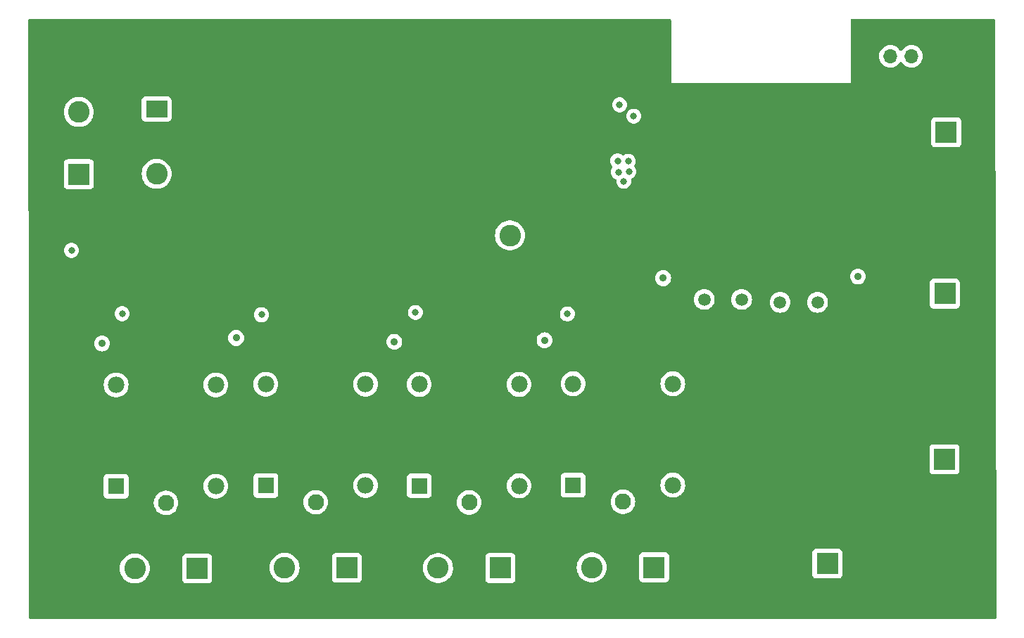
<source format=gbr>
%TF.GenerationSoftware,KiCad,Pcbnew,7.0.8*%
%TF.CreationDate,2024-09-18T17:33:38+05:30*%
%TF.ProjectId,Esp32_relay,45737033-325f-4726-956c-61792e6b6963,rev?*%
%TF.SameCoordinates,Original*%
%TF.FileFunction,Copper,L3,Inr*%
%TF.FilePolarity,Positive*%
%FSLAX46Y46*%
G04 Gerber Fmt 4.6, Leading zero omitted, Abs format (unit mm)*
G04 Created by KiCad (PCBNEW 7.0.8) date 2024-09-18 17:33:38*
%MOMM*%
%LPD*%
G01*
G04 APERTURE LIST*
%TA.AperFunction,ComponentPad*%
%ADD10R,2.600000X2.000000*%
%TD*%
%TA.AperFunction,ComponentPad*%
%ADD11C,2.600000*%
%TD*%
%TA.AperFunction,ComponentPad*%
%ADD12C,1.500000*%
%TD*%
%TA.AperFunction,ComponentPad*%
%ADD13C,5.000000*%
%TD*%
%TA.AperFunction,ComponentPad*%
%ADD14R,1.980000X1.980000*%
%TD*%
%TA.AperFunction,ComponentPad*%
%ADD15C,1.980000*%
%TD*%
%TA.AperFunction,ComponentPad*%
%ADD16C,1.935000*%
%TD*%
%TA.AperFunction,ComponentPad*%
%ADD17R,2.600000X2.600000*%
%TD*%
%TA.AperFunction,ComponentPad*%
%ADD18R,1.700000X1.700000*%
%TD*%
%TA.AperFunction,ComponentPad*%
%ADD19O,1.700000X1.700000*%
%TD*%
%TA.AperFunction,ViaPad*%
%ADD20C,0.900000*%
%TD*%
%TA.AperFunction,ViaPad*%
%ADD21C,0.800000*%
%TD*%
G04 APERTURE END LIST*
D10*
%TO.N,/P_AC*%
%TO.C,PS1*%
X82986900Y-57009200D03*
D11*
%TO.N,/N_AC*%
X82986900Y-64809200D03*
%TO.N,GND*%
X125486900Y-49609200D03*
%TO.N,+5V*%
X125486900Y-72209200D03*
%TD*%
D12*
%TO.N,/RESET*%
%TO.C,S1*%
X162483400Y-80265200D03*
%TO.N,GND*%
X162483400Y-86765200D03*
%TO.N,/RESET*%
X157983400Y-80265200D03*
%TO.N,GND*%
X157983400Y-86765200D03*
%TD*%
D13*
%TO.N,GND*%
%TO.C,H2*%
X71612800Y-114071400D03*
%TD*%
D14*
%TO.N,+5V*%
%TO.C,K4*%
X133075200Y-102267000D03*
D15*
%TO.N,/Relay_4_T*%
X145075200Y-102267000D03*
D16*
%TO.N,/COM_4*%
X139075200Y-104267000D03*
D15*
%TO.N,unconnected-(K4-PadNC)*%
X133075200Y-90067000D03*
%TO.N,/NO_4*%
X145075200Y-90067000D03*
%TD*%
D14*
%TO.N,+5V*%
%TO.C,K3*%
X114578400Y-102344600D03*
D15*
%TO.N,/Relay_3_T*%
X126578400Y-102344600D03*
D16*
%TO.N,/COM_3*%
X120578400Y-104344600D03*
D15*
%TO.N,unconnected-(K3-PadNC)*%
X114578400Y-90144600D03*
%TO.N,/NO_3*%
X126578400Y-90144600D03*
%TD*%
D17*
%TO.N,/Switch_1*%
%TO.C,J8*%
X163662400Y-111709200D03*
D11*
%TO.N,GND*%
X156162400Y-111709200D03*
%TD*%
D17*
%TO.N,/Switch_2*%
%TO.C,J9*%
X177759400Y-99161600D03*
D11*
%TO.N,GND*%
X177759400Y-106661600D03*
%TD*%
D14*
%TO.N,+5V*%
%TO.C,K2*%
X96118200Y-102317800D03*
D15*
%TO.N,/Relay_2_T*%
X108118200Y-102317800D03*
D16*
%TO.N,/COM_2*%
X102118200Y-104317800D03*
D15*
%TO.N,unconnected-(K2-PadNC)*%
X96118200Y-90117800D03*
%TO.N,/NO_2*%
X108118200Y-90117800D03*
%TD*%
D13*
%TO.N,GND*%
%TO.C,H4*%
X179232600Y-114071400D03*
%TD*%
%TO.N,GND*%
%TO.C,H1*%
X71435000Y-49631600D03*
%TD*%
D17*
%TO.N,/NO_1*%
%TO.C,J2*%
X87854000Y-112306600D03*
D11*
%TO.N,/COM_1*%
X80354000Y-112306600D03*
%TD*%
D17*
%TO.N,/N_AC*%
%TO.C,J1*%
X73619400Y-64853200D03*
D11*
%TO.N,/P_AC*%
X73619400Y-57353200D03*
%TD*%
D17*
%TO.N,/NO_2*%
%TO.C,J3*%
X105868200Y-112219800D03*
D11*
%TO.N,/COM_2*%
X98368200Y-112219800D03*
%TD*%
D17*
%TO.N,/Switch_3*%
%TO.C,J7*%
X177810200Y-79222600D03*
D11*
%TO.N,GND*%
X177810200Y-86722600D03*
%TD*%
D13*
%TO.N,GND*%
%TO.C,H3*%
X179283400Y-49834800D03*
%TD*%
D17*
%TO.N,/NO_4*%
%TO.C,J5*%
X142825200Y-112169000D03*
D11*
%TO.N,/COM_4*%
X135325200Y-112169000D03*
%TD*%
D18*
%TO.N,GND*%
%TO.C,J6*%
X168717000Y-50647600D03*
D19*
%TO.N,/Tx*%
X171257000Y-50647600D03*
%TO.N,/Rx*%
X173797000Y-50647600D03*
%TD*%
D17*
%TO.N,/Switch_4*%
%TO.C,J10*%
X177962600Y-59800800D03*
D11*
%TO.N,GND*%
X177962600Y-67300800D03*
%TD*%
D14*
%TO.N,+5V*%
%TO.C,K1*%
X78104000Y-102400600D03*
D15*
%TO.N,/Relay_1_T*%
X90104000Y-102400600D03*
D16*
%TO.N,/COM_1*%
X84104000Y-104400600D03*
D15*
%TO.N,unconnected-(K1-PadNC)*%
X78104000Y-90200600D03*
%TO.N,/NO_1*%
X90104000Y-90200600D03*
%TD*%
D17*
%TO.N,/NO_3*%
%TO.C,J4*%
X124328400Y-112246600D03*
D11*
%TO.N,/COM_3*%
X116828400Y-112246600D03*
%TD*%
D12*
%TO.N,/EN*%
%TO.C,S2*%
X153354200Y-79910800D03*
%TO.N,GND*%
X153354200Y-86410800D03*
%TO.N,/EN*%
X148854200Y-79910800D03*
%TO.N,GND*%
X148854200Y-86410800D03*
%TD*%
D20*
%TO.N,GND*%
X104648000Y-50292000D03*
X101854000Y-67310000D03*
X106934000Y-50292000D03*
X85151000Y-81508600D03*
X94996000Y-53848000D03*
X153162000Y-69596000D03*
X151638000Y-66548000D03*
X93472000Y-56896000D03*
X155194000Y-69342000D03*
X109220000Y-50292000D03*
X98552000Y-62992000D03*
X138389400Y-54813200D03*
X102108000Y-50292000D03*
X150368000Y-66548000D03*
X95758000Y-67564000D03*
X91694000Y-59944000D03*
X93472000Y-50292000D03*
X151851400Y-62179200D03*
X151597400Y-63703200D03*
X95504000Y-60706000D03*
X101346000Y-64262000D03*
D21*
X72730400Y-84226400D03*
D20*
X93472000Y-63754000D03*
X101092000Y-57150000D03*
X154137400Y-64973200D03*
X138567200Y-81203800D03*
X121142800Y-81229200D03*
X118872000Y-50292000D03*
X153416000Y-66548000D03*
D21*
X130159800Y-58877200D03*
D20*
X113792000Y-50292000D03*
X111506000Y-50292000D03*
X156931400Y-63703200D03*
X155448000Y-66548000D03*
X95504000Y-56642000D03*
X93726000Y-67818000D03*
X154178000Y-68326000D03*
X162306000Y-66548000D03*
X91694000Y-67818000D03*
X159004000Y-66548000D03*
X101346000Y-60198000D03*
X97536000Y-50292000D03*
D21*
X141081800Y-59893200D03*
D20*
X159258000Y-67818000D03*
X160528000Y-66548000D03*
X91694000Y-53594000D03*
X157988000Y-67818000D03*
X102346800Y-81432400D03*
X91694000Y-56642000D03*
X116332000Y-50292000D03*
X97028000Y-53848000D03*
D21*
X131785400Y-74320400D03*
D20*
X156972000Y-69088000D03*
X152867400Y-59639200D03*
X93726000Y-59944000D03*
X155661400Y-59639200D03*
X150327400Y-70307200D03*
X93472000Y-53594000D03*
X157480000Y-66548000D03*
X156931400Y-62179200D03*
X100330000Y-53086000D03*
X158496000Y-69342000D03*
X95504000Y-50292000D03*
X95504000Y-64262000D03*
X165059400Y-85293200D03*
X91694000Y-50292000D03*
X99822000Y-50292000D03*
X155956000Y-67818000D03*
X99060000Y-67056000D03*
X152400000Y-68326000D03*
X91694000Y-63754000D03*
X154137400Y-59639200D03*
X160528000Y-69342000D03*
X98298000Y-59182000D03*
X98552000Y-56896000D03*
D21*
%TO.N,+3.3V*%
X132395000Y-81661000D03*
X138668800Y-56489600D03*
X139176800Y-65684400D03*
X72730400Y-74015600D03*
D20*
X143919200Y-77361000D03*
D21*
X140370600Y-57861200D03*
X114107000Y-81483200D03*
X138440200Y-63246000D03*
D20*
X167345400Y-77165200D03*
D21*
X139710200Y-63296800D03*
X78826400Y-81635600D03*
X138516400Y-64592200D03*
X139786400Y-64541400D03*
X95590400Y-81762600D03*
D20*
%TO.N,+5V*%
X76413400Y-85217000D03*
X111567000Y-85013800D03*
X129651800Y-84836000D03*
X92542400Y-84556600D03*
%TD*%
%TA.AperFunction,Conductor*%
%TO.N,GND*%
G36*
X144809439Y-46193385D02*
G01*
X144855194Y-46246189D01*
X144866400Y-46297700D01*
X144866400Y-53873400D01*
X166456400Y-53873400D01*
X166456400Y-50647600D01*
X169901341Y-50647600D01*
X169921936Y-50883003D01*
X169921938Y-50883013D01*
X169983094Y-51111255D01*
X169983096Y-51111259D01*
X169983097Y-51111263D01*
X169987000Y-51119632D01*
X170082965Y-51325430D01*
X170082967Y-51325434D01*
X170191281Y-51480121D01*
X170218505Y-51519001D01*
X170385599Y-51686095D01*
X170482384Y-51753865D01*
X170579165Y-51821632D01*
X170579167Y-51821633D01*
X170579170Y-51821635D01*
X170793337Y-51921503D01*
X171021592Y-51982663D01*
X171209918Y-51999139D01*
X171256999Y-52003259D01*
X171257000Y-52003259D01*
X171257001Y-52003259D01*
X171296234Y-51999826D01*
X171492408Y-51982663D01*
X171720663Y-51921503D01*
X171934830Y-51821635D01*
X172128401Y-51686095D01*
X172295495Y-51519001D01*
X172425425Y-51333442D01*
X172480002Y-51289817D01*
X172549500Y-51282623D01*
X172611855Y-51314146D01*
X172628575Y-51333442D01*
X172758500Y-51518995D01*
X172758505Y-51519001D01*
X172925599Y-51686095D01*
X173022384Y-51753865D01*
X173119165Y-51821632D01*
X173119167Y-51821633D01*
X173119170Y-51821635D01*
X173333337Y-51921503D01*
X173561592Y-51982663D01*
X173749918Y-51999139D01*
X173796999Y-52003259D01*
X173797000Y-52003259D01*
X173797001Y-52003259D01*
X173836234Y-51999826D01*
X174032408Y-51982663D01*
X174260663Y-51921503D01*
X174474830Y-51821635D01*
X174668401Y-51686095D01*
X174835495Y-51519001D01*
X174971035Y-51325430D01*
X175070903Y-51111263D01*
X175132063Y-50883008D01*
X175152659Y-50647600D01*
X175132063Y-50412192D01*
X175070903Y-50183937D01*
X174971035Y-49969771D01*
X174965425Y-49961758D01*
X174835494Y-49776197D01*
X174668402Y-49609106D01*
X174668395Y-49609101D01*
X174474834Y-49473567D01*
X174474830Y-49473565D01*
X174474828Y-49473564D01*
X174260663Y-49373697D01*
X174260659Y-49373696D01*
X174260655Y-49373694D01*
X174032413Y-49312538D01*
X174032403Y-49312536D01*
X173797001Y-49291941D01*
X173796999Y-49291941D01*
X173561596Y-49312536D01*
X173561586Y-49312538D01*
X173333344Y-49373694D01*
X173333335Y-49373698D01*
X173119171Y-49473564D01*
X173119169Y-49473565D01*
X172925597Y-49609105D01*
X172758505Y-49776197D01*
X172628575Y-49961758D01*
X172573998Y-50005383D01*
X172504500Y-50012577D01*
X172442145Y-49981054D01*
X172425425Y-49961758D01*
X172295494Y-49776197D01*
X172128402Y-49609106D01*
X172128395Y-49609101D01*
X171934834Y-49473567D01*
X171934830Y-49473565D01*
X171934828Y-49473564D01*
X171720663Y-49373697D01*
X171720659Y-49373696D01*
X171720655Y-49373694D01*
X171492413Y-49312538D01*
X171492403Y-49312536D01*
X171257001Y-49291941D01*
X171256999Y-49291941D01*
X171021596Y-49312536D01*
X171021586Y-49312538D01*
X170793344Y-49373694D01*
X170793335Y-49373698D01*
X170579171Y-49473564D01*
X170579169Y-49473565D01*
X170385597Y-49609105D01*
X170218505Y-49776197D01*
X170082965Y-49969769D01*
X170082964Y-49969771D01*
X169983098Y-50183935D01*
X169983094Y-50183944D01*
X169921938Y-50412186D01*
X169921936Y-50412196D01*
X169901341Y-50647599D01*
X169901341Y-50647600D01*
X166456400Y-50647600D01*
X166456400Y-46297700D01*
X166476085Y-46230661D01*
X166528889Y-46184906D01*
X166580400Y-46173700D01*
X183735553Y-46173700D01*
X183802592Y-46193385D01*
X183848347Y-46246189D01*
X183859553Y-46297483D01*
X183985245Y-118268683D01*
X183965677Y-118335757D01*
X183912953Y-118381604D01*
X183861245Y-118392900D01*
X67770247Y-118392900D01*
X67703208Y-118373215D01*
X67657453Y-118320411D01*
X67646247Y-118269117D01*
X67635834Y-112306604D01*
X78548451Y-112306604D01*
X78568616Y-112575701D01*
X78628664Y-112838788D01*
X78628666Y-112838795D01*
X78714338Y-113057083D01*
X78727257Y-113089998D01*
X78862185Y-113323702D01*
X78961218Y-113447885D01*
X79030442Y-113534689D01*
X79163593Y-113658234D01*
X79228259Y-113718235D01*
X79451226Y-113870251D01*
X79694359Y-113987338D01*
X79952228Y-114066880D01*
X79952229Y-114066880D01*
X79952232Y-114066881D01*
X80219063Y-114107099D01*
X80219068Y-114107099D01*
X80219071Y-114107100D01*
X80219072Y-114107100D01*
X80488928Y-114107100D01*
X80488929Y-114107100D01*
X80488936Y-114107099D01*
X80755767Y-114066881D01*
X80755768Y-114066880D01*
X80755772Y-114066880D01*
X81013641Y-113987338D01*
X81256775Y-113870251D01*
X81479741Y-113718235D01*
X81548463Y-113654470D01*
X86053500Y-113654470D01*
X86053501Y-113654476D01*
X86059908Y-113714083D01*
X86110202Y-113848928D01*
X86110206Y-113848935D01*
X86196452Y-113964144D01*
X86196455Y-113964147D01*
X86311664Y-114050393D01*
X86311671Y-114050397D01*
X86446517Y-114100691D01*
X86446516Y-114100691D01*
X86453444Y-114101435D01*
X86506127Y-114107100D01*
X89201872Y-114107099D01*
X89261483Y-114100691D01*
X89396331Y-114050396D01*
X89511546Y-113964146D01*
X89597796Y-113848931D01*
X89648091Y-113714083D01*
X89654500Y-113654473D01*
X89654499Y-112219804D01*
X96562651Y-112219804D01*
X96582816Y-112488901D01*
X96631271Y-112701195D01*
X96642866Y-112751995D01*
X96741457Y-113003198D01*
X96876385Y-113236902D01*
X97004127Y-113397085D01*
X97044642Y-113447889D01*
X97202634Y-113594483D01*
X97242459Y-113631435D01*
X97465426Y-113783451D01*
X97708559Y-113900538D01*
X97966428Y-113980080D01*
X97966429Y-113980080D01*
X97966432Y-113980081D01*
X98233263Y-114020299D01*
X98233268Y-114020299D01*
X98233271Y-114020300D01*
X98233272Y-114020300D01*
X98503128Y-114020300D01*
X98503129Y-114020300D01*
X98503136Y-114020299D01*
X98769967Y-113980081D01*
X98769968Y-113980080D01*
X98769972Y-113980080D01*
X99027841Y-113900538D01*
X99219965Y-113808016D01*
X99270967Y-113783455D01*
X99270967Y-113783454D01*
X99270975Y-113783451D01*
X99493941Y-113631435D01*
X99562663Y-113567670D01*
X104067700Y-113567670D01*
X104067701Y-113567676D01*
X104074108Y-113627283D01*
X104124402Y-113762128D01*
X104124406Y-113762135D01*
X104210652Y-113877344D01*
X104210655Y-113877347D01*
X104325864Y-113963593D01*
X104325871Y-113963597D01*
X104460717Y-114013891D01*
X104460716Y-114013891D01*
X104467644Y-114014635D01*
X104520327Y-114020300D01*
X107216072Y-114020299D01*
X107275683Y-114013891D01*
X107410531Y-113963596D01*
X107525746Y-113877346D01*
X107611996Y-113762131D01*
X107662291Y-113627283D01*
X107668700Y-113567673D01*
X107668700Y-112246604D01*
X115022851Y-112246604D01*
X115043016Y-112515701D01*
X115103064Y-112778788D01*
X115103066Y-112778795D01*
X115191138Y-113003198D01*
X115201657Y-113029998D01*
X115336585Y-113263702D01*
X115384433Y-113323701D01*
X115504842Y-113474689D01*
X115673774Y-113631434D01*
X115702659Y-113658235D01*
X115925626Y-113810251D01*
X116168759Y-113927338D01*
X116426628Y-114006880D01*
X116426629Y-114006880D01*
X116426632Y-114006881D01*
X116693463Y-114047099D01*
X116693468Y-114047099D01*
X116693471Y-114047100D01*
X116693472Y-114047100D01*
X116963328Y-114047100D01*
X116963329Y-114047100D01*
X116963336Y-114047099D01*
X117230167Y-114006881D01*
X117230168Y-114006880D01*
X117230172Y-114006880D01*
X117488041Y-113927338D01*
X117731175Y-113810251D01*
X117954141Y-113658235D01*
X118022863Y-113594470D01*
X122527900Y-113594470D01*
X122527901Y-113594476D01*
X122534308Y-113654083D01*
X122584602Y-113788928D01*
X122584606Y-113788935D01*
X122670852Y-113904144D01*
X122670855Y-113904147D01*
X122786064Y-113990393D01*
X122786071Y-113990397D01*
X122920917Y-114040691D01*
X122920916Y-114040691D01*
X122927844Y-114041435D01*
X122980527Y-114047100D01*
X125676272Y-114047099D01*
X125735883Y-114040691D01*
X125870731Y-113990396D01*
X125985946Y-113904146D01*
X126072196Y-113788931D01*
X126122491Y-113654083D01*
X126128900Y-113594473D01*
X126128899Y-112169004D01*
X133519651Y-112169004D01*
X133539816Y-112438101D01*
X133599864Y-112701188D01*
X133599866Y-112701195D01*
X133653870Y-112838795D01*
X133698457Y-112952398D01*
X133833385Y-113186102D01*
X133943117Y-113323701D01*
X134001642Y-113397089D01*
X134185500Y-113567683D01*
X134199459Y-113580635D01*
X134422426Y-113732651D01*
X134665559Y-113849738D01*
X134923428Y-113929280D01*
X134923429Y-113929280D01*
X134923432Y-113929281D01*
X135190263Y-113969499D01*
X135190268Y-113969499D01*
X135190271Y-113969500D01*
X135190272Y-113969500D01*
X135460128Y-113969500D01*
X135460129Y-113969500D01*
X135460136Y-113969499D01*
X135726967Y-113929281D01*
X135726968Y-113929280D01*
X135726972Y-113929280D01*
X135984841Y-113849738D01*
X136227975Y-113732651D01*
X136450941Y-113580635D01*
X136519663Y-113516870D01*
X141024700Y-113516870D01*
X141024701Y-113516876D01*
X141031108Y-113576483D01*
X141081402Y-113711328D01*
X141081406Y-113711335D01*
X141167652Y-113826544D01*
X141167655Y-113826547D01*
X141282864Y-113912793D01*
X141282871Y-113912797D01*
X141417717Y-113963091D01*
X141417716Y-113963091D01*
X141422386Y-113963593D01*
X141477327Y-113969500D01*
X144173072Y-113969499D01*
X144232683Y-113963091D01*
X144367531Y-113912796D01*
X144482746Y-113826546D01*
X144568996Y-113711331D01*
X144619291Y-113576483D01*
X144625700Y-113516873D01*
X144625700Y-113057070D01*
X161861900Y-113057070D01*
X161861901Y-113057076D01*
X161868308Y-113116683D01*
X161918602Y-113251528D01*
X161918606Y-113251535D01*
X162004852Y-113366744D01*
X162004855Y-113366747D01*
X162120064Y-113452993D01*
X162120071Y-113452997D01*
X162254917Y-113503291D01*
X162254916Y-113503291D01*
X162261844Y-113504035D01*
X162314527Y-113509700D01*
X165010272Y-113509699D01*
X165069883Y-113503291D01*
X165204731Y-113452996D01*
X165319946Y-113366746D01*
X165406196Y-113251531D01*
X165456491Y-113116683D01*
X165462900Y-113057073D01*
X165462899Y-110361328D01*
X165456491Y-110301717D01*
X165406196Y-110166869D01*
X165406195Y-110166868D01*
X165406193Y-110166864D01*
X165319947Y-110051655D01*
X165319944Y-110051652D01*
X165204735Y-109965406D01*
X165204728Y-109965402D01*
X165069882Y-109915108D01*
X165069883Y-109915108D01*
X165010283Y-109908701D01*
X165010281Y-109908700D01*
X165010273Y-109908700D01*
X165010264Y-109908700D01*
X162314529Y-109908700D01*
X162314523Y-109908701D01*
X162254916Y-109915108D01*
X162120071Y-109965402D01*
X162120064Y-109965406D01*
X162004855Y-110051652D01*
X162004852Y-110051655D01*
X161918606Y-110166864D01*
X161918602Y-110166871D01*
X161868308Y-110301717D01*
X161861901Y-110361316D01*
X161861901Y-110361323D01*
X161861900Y-110361335D01*
X161861900Y-113057070D01*
X144625700Y-113057070D01*
X144625699Y-110821128D01*
X144619291Y-110761517D01*
X144617742Y-110757365D01*
X144568997Y-110626671D01*
X144568993Y-110626664D01*
X144482747Y-110511455D01*
X144482744Y-110511452D01*
X144367535Y-110425206D01*
X144367528Y-110425202D01*
X144232682Y-110374908D01*
X144232683Y-110374908D01*
X144173083Y-110368501D01*
X144173081Y-110368500D01*
X144173073Y-110368500D01*
X144173064Y-110368500D01*
X141477329Y-110368500D01*
X141477323Y-110368501D01*
X141417716Y-110374908D01*
X141282871Y-110425202D01*
X141282864Y-110425206D01*
X141167655Y-110511452D01*
X141167652Y-110511455D01*
X141081406Y-110626664D01*
X141081402Y-110626671D01*
X141031108Y-110761517D01*
X141025647Y-110812316D01*
X141024701Y-110821123D01*
X141024700Y-110821135D01*
X141024700Y-113516870D01*
X136519663Y-113516870D01*
X136648761Y-113397085D01*
X136817015Y-113186102D01*
X136951943Y-112952398D01*
X137050534Y-112701195D01*
X137110583Y-112438103D01*
X137130749Y-112169000D01*
X137120894Y-112037497D01*
X137110583Y-111899898D01*
X137110583Y-111899897D01*
X137050534Y-111636805D01*
X136951943Y-111385602D01*
X136817015Y-111151898D01*
X136648761Y-110940915D01*
X136648760Y-110940914D01*
X136648757Y-110940910D01*
X136450941Y-110757365D01*
X136429789Y-110742944D01*
X136227975Y-110605349D01*
X136227969Y-110605346D01*
X136227968Y-110605345D01*
X136227967Y-110605344D01*
X135984843Y-110488263D01*
X135984845Y-110488263D01*
X135726973Y-110408720D01*
X135726967Y-110408718D01*
X135460136Y-110368500D01*
X135460129Y-110368500D01*
X135190271Y-110368500D01*
X135190263Y-110368500D01*
X134923432Y-110408718D01*
X134923426Y-110408720D01*
X134665558Y-110488262D01*
X134422430Y-110605346D01*
X134199458Y-110757365D01*
X134001642Y-110940910D01*
X133833385Y-111151898D01*
X133698458Y-111385599D01*
X133698456Y-111385603D01*
X133599866Y-111636804D01*
X133599864Y-111636811D01*
X133539816Y-111899898D01*
X133519651Y-112168995D01*
X133519651Y-112169004D01*
X126128899Y-112169004D01*
X126128899Y-110898728D01*
X126122491Y-110839117D01*
X126120942Y-110834965D01*
X126072197Y-110704271D01*
X126072193Y-110704264D01*
X125985947Y-110589055D01*
X125985944Y-110589052D01*
X125870735Y-110502806D01*
X125870728Y-110502802D01*
X125735882Y-110452508D01*
X125735883Y-110452508D01*
X125676283Y-110446101D01*
X125676281Y-110446100D01*
X125676273Y-110446100D01*
X125676264Y-110446100D01*
X122980529Y-110446100D01*
X122980523Y-110446101D01*
X122920916Y-110452508D01*
X122786071Y-110502802D01*
X122786064Y-110502806D01*
X122670855Y-110589052D01*
X122670852Y-110589055D01*
X122584606Y-110704264D01*
X122584602Y-110704271D01*
X122534308Y-110839117D01*
X122528304Y-110894965D01*
X122527901Y-110898723D01*
X122527900Y-110898735D01*
X122527900Y-113594470D01*
X118022863Y-113594470D01*
X118151961Y-113474685D01*
X118320215Y-113263702D01*
X118455143Y-113029998D01*
X118553734Y-112778795D01*
X118613783Y-112515703D01*
X118620505Y-112426002D01*
X118633949Y-112246604D01*
X118633949Y-112246595D01*
X118613783Y-111977498D01*
X118607666Y-111950697D01*
X118553734Y-111714405D01*
X118455143Y-111463202D01*
X118320215Y-111229498D01*
X118151961Y-111018515D01*
X118151960Y-111018514D01*
X118151957Y-111018510D01*
X117954141Y-110834965D01*
X117933844Y-110821127D01*
X117731175Y-110682949D01*
X117731169Y-110682946D01*
X117731168Y-110682945D01*
X117731167Y-110682944D01*
X117488043Y-110565863D01*
X117488045Y-110565863D01*
X117230173Y-110486320D01*
X117230167Y-110486318D01*
X116963336Y-110446100D01*
X116963329Y-110446100D01*
X116693471Y-110446100D01*
X116693463Y-110446100D01*
X116426632Y-110486318D01*
X116426626Y-110486320D01*
X116168758Y-110565862D01*
X115925630Y-110682946D01*
X115702658Y-110834965D01*
X115504842Y-111018510D01*
X115336585Y-111229498D01*
X115201658Y-111463199D01*
X115201656Y-111463203D01*
X115103066Y-111714404D01*
X115103064Y-111714411D01*
X115043016Y-111977498D01*
X115022851Y-112246595D01*
X115022851Y-112246604D01*
X107668700Y-112246604D01*
X107668699Y-110871928D01*
X107662291Y-110812317D01*
X107660742Y-110808165D01*
X107611997Y-110677471D01*
X107611993Y-110677464D01*
X107525747Y-110562255D01*
X107525744Y-110562252D01*
X107410535Y-110476006D01*
X107410528Y-110476002D01*
X107275682Y-110425708D01*
X107275683Y-110425708D01*
X107216083Y-110419301D01*
X107216081Y-110419300D01*
X107216073Y-110419300D01*
X107216064Y-110419300D01*
X104520329Y-110419300D01*
X104520323Y-110419301D01*
X104460716Y-110425708D01*
X104325871Y-110476002D01*
X104325864Y-110476006D01*
X104210655Y-110562252D01*
X104210652Y-110562255D01*
X104124406Y-110677464D01*
X104124402Y-110677471D01*
X104074108Y-110812317D01*
X104067701Y-110871916D01*
X104067701Y-110871923D01*
X104067700Y-110871935D01*
X104067700Y-113567670D01*
X99562663Y-113567670D01*
X99662873Y-113474689D01*
X99691757Y-113447889D01*
X99691757Y-113447887D01*
X99691761Y-113447885D01*
X99860015Y-113236902D01*
X99994943Y-113003198D01*
X100093534Y-112751995D01*
X100153583Y-112488903D01*
X100167244Y-112306604D01*
X100173749Y-112219804D01*
X100173749Y-112219795D01*
X100153583Y-111950698D01*
X100113347Y-111774411D01*
X100093534Y-111687605D01*
X99994943Y-111436402D01*
X99860015Y-111202698D01*
X99691761Y-110991715D01*
X99691760Y-110991714D01*
X99691757Y-110991710D01*
X99493941Y-110808165D01*
X99429560Y-110764271D01*
X99270975Y-110656149D01*
X99270969Y-110656146D01*
X99270968Y-110656145D01*
X99270967Y-110656144D01*
X99027843Y-110539063D01*
X99027845Y-110539063D01*
X98769973Y-110459520D01*
X98769967Y-110459518D01*
X98503136Y-110419300D01*
X98503129Y-110419300D01*
X98233271Y-110419300D01*
X98233263Y-110419300D01*
X97966432Y-110459518D01*
X97966426Y-110459520D01*
X97708558Y-110539062D01*
X97465430Y-110656146D01*
X97242458Y-110808165D01*
X97044642Y-110991710D01*
X96876385Y-111202698D01*
X96741458Y-111436399D01*
X96741456Y-111436403D01*
X96642866Y-111687604D01*
X96642864Y-111687611D01*
X96582816Y-111950698D01*
X96562651Y-112219795D01*
X96562651Y-112219804D01*
X89654499Y-112219804D01*
X89654499Y-110958728D01*
X89648091Y-110899117D01*
X89647946Y-110898729D01*
X89597797Y-110764271D01*
X89597793Y-110764264D01*
X89511547Y-110649055D01*
X89511544Y-110649052D01*
X89396335Y-110562806D01*
X89396328Y-110562802D01*
X89261482Y-110512508D01*
X89261483Y-110512508D01*
X89201883Y-110506101D01*
X89201881Y-110506100D01*
X89201873Y-110506100D01*
X89201864Y-110506100D01*
X86506129Y-110506100D01*
X86506123Y-110506101D01*
X86446516Y-110512508D01*
X86311671Y-110562802D01*
X86311664Y-110562806D01*
X86196455Y-110649052D01*
X86196452Y-110649055D01*
X86110206Y-110764264D01*
X86110202Y-110764271D01*
X86059908Y-110899117D01*
X86055415Y-110940915D01*
X86053501Y-110958723D01*
X86053500Y-110958735D01*
X86053500Y-113654470D01*
X81548463Y-113654470D01*
X81642008Y-113567673D01*
X81677557Y-113534689D01*
X81677557Y-113534687D01*
X81677561Y-113534685D01*
X81845815Y-113323702D01*
X81980743Y-113089998D01*
X82079334Y-112838795D01*
X82139383Y-112575703D01*
X82146105Y-112486002D01*
X82159549Y-112306604D01*
X82159549Y-112306595D01*
X82139383Y-112037498D01*
X82139383Y-112037497D01*
X82079334Y-111774405D01*
X81980743Y-111523202D01*
X81845815Y-111289498D01*
X81677561Y-111078515D01*
X81677560Y-111078514D01*
X81677557Y-111078510D01*
X81479741Y-110894965D01*
X81445952Y-110871928D01*
X81256775Y-110742949D01*
X81256769Y-110742946D01*
X81256768Y-110742945D01*
X81256767Y-110742944D01*
X81013643Y-110625863D01*
X81013645Y-110625863D01*
X80755773Y-110546320D01*
X80755767Y-110546318D01*
X80488936Y-110506100D01*
X80488929Y-110506100D01*
X80219071Y-110506100D01*
X80219063Y-110506100D01*
X79952232Y-110546318D01*
X79952226Y-110546320D01*
X79694358Y-110625862D01*
X79451230Y-110742946D01*
X79228258Y-110894965D01*
X79030442Y-111078510D01*
X78862185Y-111289498D01*
X78727258Y-111523199D01*
X78727256Y-111523203D01*
X78628666Y-111774404D01*
X78628664Y-111774411D01*
X78568616Y-112037498D01*
X78548451Y-112306595D01*
X78548451Y-112306604D01*
X67635834Y-112306604D01*
X67622026Y-104400605D01*
X82630969Y-104400605D01*
X82651057Y-104643045D01*
X82651059Y-104643056D01*
X82710781Y-104878892D01*
X82808508Y-105101686D01*
X82904985Y-105249354D01*
X82941572Y-105305354D01*
X83106343Y-105484344D01*
X83191944Y-105550970D01*
X83275445Y-105615962D01*
X83298328Y-105633772D01*
X83512290Y-105749562D01*
X83617847Y-105785800D01*
X83742388Y-105828556D01*
X83742390Y-105828556D01*
X83742392Y-105828557D01*
X83982358Y-105868600D01*
X83982359Y-105868600D01*
X84225641Y-105868600D01*
X84225642Y-105868600D01*
X84465608Y-105828557D01*
X84695710Y-105749562D01*
X84909672Y-105633772D01*
X85101657Y-105484344D01*
X85266428Y-105305354D01*
X85399492Y-105101685D01*
X85497218Y-104878892D01*
X85556941Y-104643053D01*
X85561581Y-104587056D01*
X85577031Y-104400605D01*
X85577031Y-104400594D01*
X85570171Y-104317805D01*
X100645169Y-104317805D01*
X100665257Y-104560245D01*
X100665259Y-104560256D01*
X100724981Y-104796092D01*
X100822708Y-105018886D01*
X100955769Y-105222550D01*
X100955772Y-105222554D01*
X101120543Y-105401544D01*
X101312528Y-105550972D01*
X101526490Y-105666762D01*
X101645975Y-105707781D01*
X101756588Y-105745756D01*
X101756590Y-105745756D01*
X101756592Y-105745757D01*
X101996558Y-105785800D01*
X101996559Y-105785800D01*
X102239841Y-105785800D01*
X102239842Y-105785800D01*
X102479808Y-105745757D01*
X102709910Y-105666762D01*
X102923872Y-105550972D01*
X103115857Y-105401544D01*
X103280628Y-105222554D01*
X103413692Y-105018885D01*
X103511418Y-104796092D01*
X103571141Y-104560253D01*
X103575350Y-104509456D01*
X103589010Y-104344605D01*
X119105369Y-104344605D01*
X119125457Y-104587045D01*
X119125459Y-104587056D01*
X119185181Y-104822892D01*
X119282908Y-105045686D01*
X119415969Y-105249350D01*
X119415972Y-105249354D01*
X119580743Y-105428344D01*
X119652692Y-105484344D01*
X119738296Y-105550973D01*
X119772728Y-105577772D01*
X119986690Y-105693562D01*
X120106175Y-105734581D01*
X120216788Y-105772556D01*
X120216790Y-105772556D01*
X120216792Y-105772557D01*
X120456758Y-105812600D01*
X120456759Y-105812600D01*
X120700041Y-105812600D01*
X120700042Y-105812600D01*
X120940008Y-105772557D01*
X121170110Y-105693562D01*
X121384072Y-105577772D01*
X121576057Y-105428344D01*
X121740828Y-105249354D01*
X121873892Y-105045685D01*
X121971618Y-104822892D01*
X122031341Y-104587053D01*
X122031342Y-104587045D01*
X122051431Y-104344605D01*
X122051431Y-104344594D01*
X122045002Y-104267005D01*
X137602169Y-104267005D01*
X137622257Y-104509445D01*
X137622259Y-104509456D01*
X137681981Y-104745292D01*
X137779708Y-104968086D01*
X137830407Y-105045686D01*
X137912772Y-105171754D01*
X138077543Y-105350744D01*
X138269528Y-105500172D01*
X138483490Y-105615962D01*
X138602975Y-105656981D01*
X138713588Y-105694956D01*
X138713590Y-105694956D01*
X138713592Y-105694957D01*
X138953558Y-105735000D01*
X138953559Y-105735000D01*
X139196841Y-105735000D01*
X139196842Y-105735000D01*
X139436808Y-105694957D01*
X139666910Y-105615962D01*
X139880872Y-105500172D01*
X140072857Y-105350744D01*
X140237628Y-105171754D01*
X140370692Y-104968085D01*
X140468418Y-104745292D01*
X140528141Y-104509453D01*
X140528142Y-104509445D01*
X140548231Y-104267005D01*
X140548231Y-104266994D01*
X140528142Y-104024554D01*
X140528140Y-104024543D01*
X140468418Y-103788707D01*
X140372427Y-103569871D01*
X140370692Y-103565915D01*
X140360382Y-103550135D01*
X140237630Y-103362249D01*
X140237629Y-103362248D01*
X140237628Y-103362246D01*
X140072857Y-103183256D01*
X139980574Y-103111429D01*
X139880874Y-103033829D01*
X139880869Y-103033826D01*
X139666916Y-102918041D01*
X139666913Y-102918040D01*
X139666910Y-102918038D01*
X139666904Y-102918036D01*
X139666902Y-102918035D01*
X139436811Y-102839043D01*
X139256833Y-102809010D01*
X139196842Y-102799000D01*
X138953558Y-102799000D01*
X138905564Y-102807008D01*
X138713588Y-102839043D01*
X138483497Y-102918035D01*
X138483483Y-102918041D01*
X138269530Y-103033826D01*
X138269525Y-103033829D01*
X138077545Y-103183254D01*
X137912769Y-103362249D01*
X137779708Y-103565913D01*
X137681981Y-103788707D01*
X137622259Y-104024543D01*
X137622257Y-104024554D01*
X137602169Y-104266994D01*
X137602169Y-104267005D01*
X122045002Y-104267005D01*
X122031342Y-104102154D01*
X122031340Y-104102143D01*
X121971618Y-103866307D01*
X121873891Y-103643513D01*
X121740830Y-103439849D01*
X121740829Y-103439848D01*
X121740828Y-103439846D01*
X121576057Y-103260856D01*
X121385356Y-103112427D01*
X121384074Y-103111429D01*
X121384069Y-103111426D01*
X121170116Y-102995641D01*
X121170113Y-102995640D01*
X121170110Y-102995638D01*
X121170104Y-102995636D01*
X121170102Y-102995635D01*
X120940011Y-102916643D01*
X120757710Y-102886223D01*
X120700042Y-102876600D01*
X120456758Y-102876600D01*
X120408764Y-102884608D01*
X120216788Y-102916643D01*
X119986697Y-102995635D01*
X119986683Y-102995641D01*
X119772730Y-103111426D01*
X119772725Y-103111429D01*
X119580745Y-103260854D01*
X119580743Y-103260855D01*
X119580743Y-103260856D01*
X119529192Y-103316856D01*
X119415969Y-103439849D01*
X119282908Y-103643513D01*
X119185181Y-103866307D01*
X119125459Y-104102143D01*
X119125457Y-104102154D01*
X119105369Y-104344594D01*
X119105369Y-104344605D01*
X103589010Y-104344605D01*
X103591231Y-104317805D01*
X103591231Y-104317794D01*
X103571142Y-104075354D01*
X103571140Y-104075343D01*
X103511418Y-103839507D01*
X103413691Y-103616713D01*
X103280630Y-103413049D01*
X103280629Y-103413048D01*
X103280628Y-103413046D01*
X103115857Y-103234056D01*
X103030251Y-103167426D01*
X102923874Y-103084629D01*
X102923869Y-103084626D01*
X102709916Y-102968841D01*
X102709913Y-102968840D01*
X102709910Y-102968838D01*
X102709904Y-102968836D01*
X102709902Y-102968835D01*
X102479811Y-102889843D01*
X102299833Y-102859810D01*
X102239842Y-102849800D01*
X101996558Y-102849800D01*
X101948564Y-102857808D01*
X101756588Y-102889843D01*
X101526497Y-102968835D01*
X101526483Y-102968841D01*
X101312530Y-103084626D01*
X101312525Y-103084629D01*
X101120545Y-103234054D01*
X100955769Y-103413049D01*
X100822708Y-103616713D01*
X100724981Y-103839507D01*
X100665259Y-104075343D01*
X100665257Y-104075354D01*
X100645169Y-104317794D01*
X100645169Y-104317805D01*
X85570171Y-104317805D01*
X85556942Y-104158154D01*
X85556940Y-104158143D01*
X85497218Y-103922307D01*
X85400054Y-103700796D01*
X85399492Y-103699515D01*
X85394678Y-103692147D01*
X85266430Y-103495849D01*
X85266429Y-103495848D01*
X85266428Y-103495846D01*
X85101657Y-103316856D01*
X84995273Y-103234054D01*
X84909674Y-103167429D01*
X84909669Y-103167426D01*
X84695716Y-103051641D01*
X84695713Y-103051640D01*
X84695710Y-103051638D01*
X84695704Y-103051636D01*
X84695702Y-103051635D01*
X84465611Y-102972643D01*
X84285633Y-102942610D01*
X84225642Y-102932600D01*
X83982358Y-102932600D01*
X83934364Y-102940608D01*
X83742388Y-102972643D01*
X83512297Y-103051635D01*
X83512283Y-103051641D01*
X83298330Y-103167426D01*
X83298325Y-103167429D01*
X83106345Y-103316854D01*
X83106343Y-103316855D01*
X83106343Y-103316856D01*
X83059856Y-103367355D01*
X82941569Y-103495849D01*
X82808508Y-103699513D01*
X82710781Y-103922307D01*
X82651059Y-104158143D01*
X82651057Y-104158154D01*
X82630969Y-104400594D01*
X82630969Y-104400605D01*
X67622026Y-104400605D01*
X67620346Y-103438470D01*
X76613500Y-103438470D01*
X76613501Y-103438476D01*
X76619908Y-103498083D01*
X76670202Y-103632928D01*
X76670206Y-103632935D01*
X76756452Y-103748144D01*
X76756455Y-103748147D01*
X76871664Y-103834393D01*
X76871671Y-103834397D01*
X77006517Y-103884691D01*
X77006516Y-103884691D01*
X77013444Y-103885435D01*
X77066127Y-103891100D01*
X79141872Y-103891099D01*
X79201483Y-103884691D01*
X79336331Y-103834396D01*
X79451546Y-103748146D01*
X79537796Y-103632931D01*
X79588091Y-103498083D01*
X79594500Y-103438473D01*
X79594500Y-102400605D01*
X88608392Y-102400605D01*
X88628789Y-102646765D01*
X88689428Y-102886223D01*
X88776455Y-103084626D01*
X88788652Y-103112431D01*
X88868114Y-103234056D01*
X88922209Y-103316856D01*
X88923755Y-103319221D01*
X89091052Y-103500955D01*
X89091055Y-103500957D01*
X89091058Y-103500960D01*
X89285971Y-103652667D01*
X89285977Y-103652671D01*
X89285980Y-103652673D01*
X89399742Y-103714238D01*
X89479679Y-103757498D01*
X89503221Y-103770238D01*
X89573725Y-103794442D01*
X89736846Y-103850442D01*
X89736848Y-103850442D01*
X89736850Y-103850443D01*
X89980494Y-103891100D01*
X89980495Y-103891100D01*
X90227505Y-103891100D01*
X90227506Y-103891100D01*
X90471150Y-103850443D01*
X90704779Y-103770238D01*
X90922020Y-103652673D01*
X90947380Y-103632935D01*
X90993977Y-103596667D01*
X91116948Y-103500955D01*
X91250692Y-103355670D01*
X94627700Y-103355670D01*
X94627701Y-103355676D01*
X94634108Y-103415283D01*
X94684402Y-103550128D01*
X94684406Y-103550135D01*
X94770652Y-103665344D01*
X94770655Y-103665347D01*
X94885864Y-103751593D01*
X94885871Y-103751597D01*
X95020717Y-103801891D01*
X95020716Y-103801891D01*
X95027644Y-103802635D01*
X95080327Y-103808300D01*
X97156072Y-103808299D01*
X97215683Y-103801891D01*
X97350531Y-103751596D01*
X97465746Y-103665346D01*
X97551996Y-103550131D01*
X97602291Y-103415283D01*
X97608700Y-103355673D01*
X97608700Y-102317805D01*
X106622592Y-102317805D01*
X106642989Y-102563965D01*
X106703628Y-102803423D01*
X106787942Y-102995641D01*
X106802852Y-103029631D01*
X106856948Y-103112431D01*
X106936409Y-103234056D01*
X106937955Y-103236421D01*
X107105252Y-103418155D01*
X107105255Y-103418157D01*
X107105258Y-103418160D01*
X107300171Y-103569867D01*
X107300177Y-103569871D01*
X107300180Y-103569873D01*
X107517421Y-103687438D01*
X107603072Y-103716842D01*
X107751046Y-103767642D01*
X107751048Y-103767642D01*
X107751050Y-103767643D01*
X107994694Y-103808300D01*
X107994695Y-103808300D01*
X108241705Y-103808300D01*
X108241706Y-103808300D01*
X108485350Y-103767643D01*
X108718979Y-103687438D01*
X108936220Y-103569873D01*
X108941306Y-103565915D01*
X109024760Y-103500960D01*
X109131148Y-103418155D01*
X109163998Y-103382470D01*
X113087900Y-103382470D01*
X113087901Y-103382476D01*
X113094308Y-103442083D01*
X113144602Y-103576928D01*
X113144606Y-103576935D01*
X113230852Y-103692144D01*
X113230855Y-103692147D01*
X113346064Y-103778393D01*
X113346071Y-103778397D01*
X113480917Y-103828691D01*
X113480916Y-103828691D01*
X113487844Y-103829435D01*
X113540527Y-103835100D01*
X115616272Y-103835099D01*
X115675883Y-103828691D01*
X115810731Y-103778396D01*
X115925946Y-103692146D01*
X116012196Y-103576931D01*
X116062491Y-103442083D01*
X116068900Y-103382473D01*
X116068900Y-102344605D01*
X125082792Y-102344605D01*
X125103189Y-102590765D01*
X125163828Y-102830223D01*
X125260949Y-103051638D01*
X125263052Y-103056431D01*
X125298984Y-103111429D01*
X125396609Y-103260856D01*
X125398155Y-103263221D01*
X125565452Y-103444955D01*
X125565455Y-103444957D01*
X125565458Y-103444960D01*
X125760371Y-103596667D01*
X125760377Y-103596671D01*
X125760380Y-103596673D01*
X125977621Y-103714238D01*
X126084970Y-103751091D01*
X126211246Y-103794442D01*
X126211248Y-103794442D01*
X126211250Y-103794443D01*
X126454894Y-103835100D01*
X126454895Y-103835100D01*
X126701905Y-103835100D01*
X126701906Y-103835100D01*
X126945550Y-103794443D01*
X127179179Y-103714238D01*
X127396420Y-103596673D01*
X127421780Y-103576935D01*
X127496123Y-103519071D01*
X127591348Y-103444955D01*
X127720305Y-103304870D01*
X131584700Y-103304870D01*
X131584701Y-103304876D01*
X131591108Y-103364483D01*
X131641402Y-103499328D01*
X131641406Y-103499335D01*
X131727652Y-103614544D01*
X131727655Y-103614547D01*
X131842864Y-103700793D01*
X131842871Y-103700797D01*
X131977717Y-103751091D01*
X131977716Y-103751091D01*
X131982386Y-103751593D01*
X132037327Y-103757500D01*
X134113072Y-103757499D01*
X134172683Y-103751091D01*
X134307531Y-103700796D01*
X134422746Y-103614546D01*
X134508996Y-103499331D01*
X134559291Y-103364483D01*
X134565700Y-103304873D01*
X134565700Y-102267005D01*
X143579592Y-102267005D01*
X143599989Y-102513165D01*
X143660628Y-102752623D01*
X143757137Y-102972643D01*
X143759852Y-102978831D01*
X143842713Y-103105659D01*
X143893409Y-103183256D01*
X143894955Y-103185621D01*
X144062252Y-103367355D01*
X144062255Y-103367357D01*
X144062258Y-103367360D01*
X144257171Y-103519067D01*
X144257177Y-103519071D01*
X144257180Y-103519073D01*
X144400572Y-103596673D01*
X144467565Y-103632928D01*
X144474421Y-103636638D01*
X144595736Y-103678285D01*
X144708046Y-103716842D01*
X144708048Y-103716842D01*
X144708050Y-103716843D01*
X144951694Y-103757500D01*
X144951695Y-103757500D01*
X145198705Y-103757500D01*
X145198706Y-103757500D01*
X145442350Y-103716843D01*
X145675979Y-103636638D01*
X145893220Y-103519073D01*
X145918580Y-103499335D01*
X145988441Y-103444960D01*
X146088148Y-103367355D01*
X146255445Y-103185621D01*
X146390548Y-102978831D01*
X146489772Y-102752623D01*
X146550410Y-102513169D01*
X146564378Y-102344600D01*
X146570808Y-102267005D01*
X146570808Y-102266994D01*
X146550410Y-102020834D01*
X146550410Y-102020831D01*
X146489772Y-101781377D01*
X146390548Y-101555169D01*
X146255445Y-101348379D01*
X146088148Y-101166645D01*
X146088143Y-101166641D01*
X146088141Y-101166639D01*
X145893228Y-101014932D01*
X145893222Y-101014928D01*
X145675980Y-100897362D01*
X145675971Y-100897359D01*
X145442353Y-100817157D01*
X145237107Y-100782908D01*
X145198706Y-100776500D01*
X144951694Y-100776500D01*
X144913293Y-100782908D01*
X144708046Y-100817157D01*
X144474428Y-100897359D01*
X144474419Y-100897362D01*
X144257177Y-101014928D01*
X144257171Y-101014932D01*
X144062258Y-101166639D01*
X144062255Y-101166642D01*
X143894952Y-101348382D01*
X143759850Y-101555172D01*
X143660628Y-101781376D01*
X143599989Y-102020834D01*
X143579592Y-102266994D01*
X143579592Y-102267005D01*
X134565700Y-102267005D01*
X134565699Y-101229128D01*
X134559291Y-101169517D01*
X134558826Y-101168271D01*
X134508997Y-101034671D01*
X134508993Y-101034664D01*
X134422747Y-100919455D01*
X134422744Y-100919452D01*
X134307535Y-100833206D01*
X134307528Y-100833202D01*
X134172682Y-100782908D01*
X134172683Y-100782908D01*
X134113083Y-100776501D01*
X134113081Y-100776500D01*
X134113073Y-100776500D01*
X134113064Y-100776500D01*
X132037329Y-100776500D01*
X132037323Y-100776501D01*
X131977716Y-100782908D01*
X131842871Y-100833202D01*
X131842864Y-100833206D01*
X131727655Y-100919452D01*
X131727652Y-100919455D01*
X131641406Y-101034664D01*
X131641402Y-101034671D01*
X131591108Y-101169517D01*
X131585956Y-101217442D01*
X131584701Y-101229123D01*
X131584700Y-101229135D01*
X131584700Y-103304870D01*
X127720305Y-103304870D01*
X127758645Y-103263221D01*
X127893748Y-103056431D01*
X127992972Y-102830223D01*
X128053610Y-102590769D01*
X128062675Y-102481360D01*
X128074008Y-102344605D01*
X128074008Y-102344594D01*
X128060409Y-102180487D01*
X128053610Y-102098431D01*
X127992972Y-101858977D01*
X127893748Y-101632769D01*
X127758645Y-101425979D01*
X127591348Y-101244245D01*
X127591343Y-101244241D01*
X127591341Y-101244239D01*
X127396428Y-101092532D01*
X127396422Y-101092528D01*
X127179180Y-100974962D01*
X127179171Y-100974959D01*
X126945553Y-100894757D01*
X126740307Y-100860508D01*
X126701906Y-100854100D01*
X126454894Y-100854100D01*
X126416493Y-100860508D01*
X126211246Y-100894757D01*
X125977628Y-100974959D01*
X125977619Y-100974962D01*
X125760377Y-101092528D01*
X125760371Y-101092532D01*
X125565458Y-101244239D01*
X125565455Y-101244242D01*
X125565452Y-101244244D01*
X125565452Y-101244245D01*
X125513901Y-101300245D01*
X125398152Y-101425982D01*
X125263050Y-101632772D01*
X125163828Y-101858976D01*
X125103189Y-102098434D01*
X125082792Y-102344594D01*
X125082792Y-102344605D01*
X116068900Y-102344605D01*
X116068899Y-101306728D01*
X116062491Y-101247117D01*
X116055784Y-101229135D01*
X116012197Y-101112271D01*
X116012193Y-101112264D01*
X115925947Y-100997055D01*
X115925944Y-100997052D01*
X115810735Y-100910806D01*
X115810728Y-100910802D01*
X115675882Y-100860508D01*
X115675883Y-100860508D01*
X115616283Y-100854101D01*
X115616281Y-100854100D01*
X115616273Y-100854100D01*
X115616264Y-100854100D01*
X113540529Y-100854100D01*
X113540523Y-100854101D01*
X113480916Y-100860508D01*
X113346071Y-100910802D01*
X113346064Y-100910806D01*
X113230855Y-100997052D01*
X113230852Y-100997055D01*
X113144606Y-101112264D01*
X113144602Y-101112271D01*
X113094308Y-101247117D01*
X113088597Y-101300242D01*
X113087901Y-101306723D01*
X113087900Y-101306735D01*
X113087900Y-103382470D01*
X109163998Y-103382470D01*
X109298445Y-103236421D01*
X109433548Y-103029631D01*
X109532772Y-102803423D01*
X109593410Y-102563969D01*
X109611587Y-102344605D01*
X109613808Y-102317805D01*
X109613808Y-102317794D01*
X109593410Y-102071634D01*
X109593410Y-102071631D01*
X109532772Y-101832177D01*
X109433548Y-101605969D01*
X109298445Y-101399179D01*
X109131148Y-101217445D01*
X109131143Y-101217441D01*
X109131141Y-101217439D01*
X108936228Y-101065732D01*
X108936222Y-101065728D01*
X108718980Y-100948162D01*
X108718971Y-100948159D01*
X108485353Y-100867957D01*
X108280107Y-100833708D01*
X108241706Y-100827300D01*
X107994694Y-100827300D01*
X107956293Y-100833708D01*
X107751046Y-100867957D01*
X107517428Y-100948159D01*
X107517419Y-100948162D01*
X107300177Y-101065728D01*
X107300171Y-101065732D01*
X107105258Y-101217439D01*
X107105255Y-101217442D01*
X106937952Y-101399182D01*
X106802850Y-101605972D01*
X106703628Y-101832176D01*
X106642989Y-102071634D01*
X106622592Y-102317794D01*
X106622592Y-102317805D01*
X97608700Y-102317805D01*
X97608699Y-101279928D01*
X97602291Y-101220317D01*
X97583343Y-101169516D01*
X97551997Y-101085471D01*
X97551993Y-101085464D01*
X97465747Y-100970255D01*
X97465744Y-100970252D01*
X97350535Y-100884006D01*
X97350528Y-100884002D01*
X97215682Y-100833708D01*
X97215683Y-100833708D01*
X97156083Y-100827301D01*
X97156081Y-100827300D01*
X97156073Y-100827300D01*
X97156064Y-100827300D01*
X95080329Y-100827300D01*
X95080323Y-100827301D01*
X95020716Y-100833708D01*
X94885871Y-100884002D01*
X94885864Y-100884006D01*
X94770655Y-100970252D01*
X94770652Y-100970255D01*
X94684406Y-101085464D01*
X94684402Y-101085471D01*
X94634108Y-101220317D01*
X94627701Y-101279916D01*
X94627701Y-101279923D01*
X94627700Y-101279935D01*
X94627700Y-103355670D01*
X91250692Y-103355670D01*
X91284245Y-103319221D01*
X91419348Y-103112431D01*
X91518572Y-102886223D01*
X91579210Y-102646769D01*
X91599608Y-102400600D01*
X91594967Y-102344594D01*
X91579210Y-102154434D01*
X91579210Y-102154431D01*
X91518572Y-101914977D01*
X91419348Y-101688769D01*
X91284245Y-101481979D01*
X91116948Y-101300245D01*
X91116943Y-101300241D01*
X91116941Y-101300239D01*
X90922028Y-101148532D01*
X90922022Y-101148528D01*
X90704780Y-101030962D01*
X90704771Y-101030959D01*
X90471153Y-100950757D01*
X90265907Y-100916508D01*
X90227506Y-100910100D01*
X89980494Y-100910100D01*
X89942093Y-100916508D01*
X89736846Y-100950757D01*
X89503228Y-101030959D01*
X89503219Y-101030962D01*
X89285977Y-101148528D01*
X89285971Y-101148532D01*
X89091058Y-101300239D01*
X89091055Y-101300242D01*
X88923752Y-101481982D01*
X88788650Y-101688772D01*
X88689428Y-101914976D01*
X88628789Y-102154434D01*
X88608392Y-102400594D01*
X88608392Y-102400605D01*
X79594500Y-102400605D01*
X79594499Y-101362728D01*
X79588091Y-101303117D01*
X79579442Y-101279929D01*
X79537797Y-101168271D01*
X79537793Y-101168264D01*
X79451547Y-101053055D01*
X79451544Y-101053052D01*
X79336335Y-100966806D01*
X79336328Y-100966802D01*
X79201482Y-100916508D01*
X79201483Y-100916508D01*
X79141883Y-100910101D01*
X79141881Y-100910100D01*
X79141873Y-100910100D01*
X79141864Y-100910100D01*
X77066129Y-100910100D01*
X77066123Y-100910101D01*
X77006516Y-100916508D01*
X76871671Y-100966802D01*
X76871664Y-100966806D01*
X76756455Y-101053052D01*
X76756452Y-101053055D01*
X76670206Y-101168264D01*
X76670202Y-101168271D01*
X76619908Y-101303117D01*
X76615042Y-101348382D01*
X76613501Y-101362723D01*
X76613500Y-101362735D01*
X76613500Y-103438470D01*
X67620346Y-103438470D01*
X67615231Y-100509470D01*
X175958900Y-100509470D01*
X175958901Y-100509476D01*
X175965308Y-100569083D01*
X176015602Y-100703928D01*
X176015606Y-100703935D01*
X176101852Y-100819144D01*
X176101855Y-100819147D01*
X176217064Y-100905393D01*
X176217071Y-100905397D01*
X176351917Y-100955691D01*
X176351916Y-100955691D01*
X176358844Y-100956435D01*
X176411527Y-100962100D01*
X179107272Y-100962099D01*
X179166883Y-100955691D01*
X179301731Y-100905396D01*
X179416946Y-100819146D01*
X179503196Y-100703931D01*
X179553491Y-100569083D01*
X179559900Y-100509473D01*
X179559899Y-97813728D01*
X179553491Y-97754117D01*
X179503196Y-97619269D01*
X179503195Y-97619268D01*
X179503193Y-97619264D01*
X179416947Y-97504055D01*
X179416944Y-97504052D01*
X179301735Y-97417806D01*
X179301728Y-97417802D01*
X179166882Y-97367508D01*
X179166883Y-97367508D01*
X179107283Y-97361101D01*
X179107281Y-97361100D01*
X179107273Y-97361100D01*
X179107264Y-97361100D01*
X176411529Y-97361100D01*
X176411523Y-97361101D01*
X176351916Y-97367508D01*
X176217071Y-97417802D01*
X176217064Y-97417806D01*
X176101855Y-97504052D01*
X176101852Y-97504055D01*
X176015606Y-97619264D01*
X176015602Y-97619271D01*
X175965308Y-97754117D01*
X175958901Y-97813716D01*
X175958901Y-97813723D01*
X175958900Y-97813735D01*
X175958900Y-100509470D01*
X67615231Y-100509470D01*
X67597227Y-90200605D01*
X76608392Y-90200605D01*
X76628789Y-90446765D01*
X76689428Y-90686223D01*
X76752332Y-90829631D01*
X76788652Y-90912431D01*
X76923755Y-91119221D01*
X77091052Y-91300955D01*
X77091055Y-91300957D01*
X77091058Y-91300960D01*
X77285971Y-91452667D01*
X77285977Y-91452671D01*
X77285980Y-91452673D01*
X77503221Y-91570238D01*
X77573725Y-91594442D01*
X77736846Y-91650442D01*
X77736848Y-91650442D01*
X77736850Y-91650443D01*
X77980494Y-91691100D01*
X77980495Y-91691100D01*
X78227505Y-91691100D01*
X78227506Y-91691100D01*
X78471150Y-91650443D01*
X78704779Y-91570238D01*
X78922020Y-91452673D01*
X79116948Y-91300955D01*
X79284245Y-91119221D01*
X79419348Y-90912431D01*
X79518572Y-90686223D01*
X79579210Y-90446769D01*
X79599608Y-90200605D01*
X88608392Y-90200605D01*
X88628789Y-90446765D01*
X88689428Y-90686223D01*
X88752332Y-90829631D01*
X88788652Y-90912431D01*
X88923755Y-91119221D01*
X89091052Y-91300955D01*
X89091055Y-91300957D01*
X89091058Y-91300960D01*
X89285971Y-91452667D01*
X89285977Y-91452671D01*
X89285980Y-91452673D01*
X89503221Y-91570238D01*
X89573725Y-91594442D01*
X89736846Y-91650442D01*
X89736848Y-91650442D01*
X89736850Y-91650443D01*
X89980494Y-91691100D01*
X89980495Y-91691100D01*
X90227505Y-91691100D01*
X90227506Y-91691100D01*
X90471150Y-91650443D01*
X90704779Y-91570238D01*
X90922020Y-91452673D01*
X91116948Y-91300955D01*
X91284245Y-91119221D01*
X91419348Y-90912431D01*
X91518572Y-90686223D01*
X91579210Y-90446769D01*
X91599608Y-90200600D01*
X91594967Y-90144594D01*
X91592747Y-90117805D01*
X94622592Y-90117805D01*
X94642989Y-90363965D01*
X94642989Y-90363968D01*
X94642990Y-90363969D01*
X94703628Y-90603423D01*
X94802852Y-90829631D01*
X94856948Y-90912431D01*
X94904765Y-90985621D01*
X94937955Y-91036421D01*
X95105252Y-91218155D01*
X95105255Y-91218157D01*
X95105258Y-91218160D01*
X95300171Y-91369867D01*
X95300177Y-91369871D01*
X95300180Y-91369873D01*
X95517421Y-91487438D01*
X95603072Y-91516842D01*
X95751046Y-91567642D01*
X95751048Y-91567642D01*
X95751050Y-91567643D01*
X95994694Y-91608300D01*
X95994695Y-91608300D01*
X96241705Y-91608300D01*
X96241706Y-91608300D01*
X96485350Y-91567643D01*
X96718979Y-91487438D01*
X96936220Y-91369873D01*
X97131148Y-91218155D01*
X97298445Y-91036421D01*
X97433548Y-90829631D01*
X97532772Y-90603423D01*
X97593410Y-90363969D01*
X97611587Y-90144605D01*
X97613808Y-90117805D01*
X106622592Y-90117805D01*
X106642989Y-90363965D01*
X106642989Y-90363968D01*
X106642990Y-90363969D01*
X106703628Y-90603423D01*
X106802852Y-90829631D01*
X106856948Y-90912431D01*
X106904765Y-90985621D01*
X106937955Y-91036421D01*
X107105252Y-91218155D01*
X107105255Y-91218157D01*
X107105258Y-91218160D01*
X107300171Y-91369867D01*
X107300177Y-91369871D01*
X107300180Y-91369873D01*
X107517421Y-91487438D01*
X107603072Y-91516842D01*
X107751046Y-91567642D01*
X107751048Y-91567642D01*
X107751050Y-91567643D01*
X107994694Y-91608300D01*
X107994695Y-91608300D01*
X108241705Y-91608300D01*
X108241706Y-91608300D01*
X108485350Y-91567643D01*
X108718979Y-91487438D01*
X108936220Y-91369873D01*
X109131148Y-91218155D01*
X109298445Y-91036421D01*
X109433548Y-90829631D01*
X109532772Y-90603423D01*
X109593410Y-90363969D01*
X109611587Y-90144605D01*
X113082792Y-90144605D01*
X113103189Y-90390765D01*
X113163828Y-90630223D01*
X113251294Y-90829627D01*
X113263052Y-90856431D01*
X113299636Y-90912427D01*
X113380645Y-91036421D01*
X113398155Y-91063221D01*
X113565452Y-91244955D01*
X113565455Y-91244957D01*
X113565458Y-91244960D01*
X113760371Y-91396667D01*
X113760377Y-91396671D01*
X113760380Y-91396673D01*
X113977621Y-91514238D01*
X114098936Y-91555885D01*
X114211246Y-91594442D01*
X114211248Y-91594442D01*
X114211250Y-91594443D01*
X114454894Y-91635100D01*
X114454895Y-91635100D01*
X114701905Y-91635100D01*
X114701906Y-91635100D01*
X114945550Y-91594443D01*
X115179179Y-91514238D01*
X115396420Y-91396673D01*
X115430861Y-91369867D01*
X115496123Y-91319071D01*
X115591348Y-91244955D01*
X115758645Y-91063221D01*
X115893748Y-90856431D01*
X115992972Y-90630223D01*
X116053610Y-90390769D01*
X116062675Y-90281360D01*
X116074008Y-90144605D01*
X125082792Y-90144605D01*
X125103189Y-90390765D01*
X125163828Y-90630223D01*
X125251294Y-90829627D01*
X125263052Y-90856431D01*
X125299636Y-90912427D01*
X125380645Y-91036421D01*
X125398155Y-91063221D01*
X125565452Y-91244955D01*
X125565455Y-91244957D01*
X125565458Y-91244960D01*
X125760371Y-91396667D01*
X125760377Y-91396671D01*
X125760380Y-91396673D01*
X125977621Y-91514238D01*
X126098936Y-91555885D01*
X126211246Y-91594442D01*
X126211248Y-91594442D01*
X126211250Y-91594443D01*
X126454894Y-91635100D01*
X126454895Y-91635100D01*
X126701905Y-91635100D01*
X126701906Y-91635100D01*
X126945550Y-91594443D01*
X127179179Y-91514238D01*
X127396420Y-91396673D01*
X127430861Y-91369867D01*
X127496123Y-91319071D01*
X127591348Y-91244955D01*
X127758645Y-91063221D01*
X127893748Y-90856431D01*
X127992972Y-90630223D01*
X128053610Y-90390769D01*
X128062675Y-90281360D01*
X128074008Y-90144605D01*
X128074008Y-90144594D01*
X128067578Y-90067005D01*
X131579592Y-90067005D01*
X131599989Y-90313165D01*
X131660628Y-90552623D01*
X131694666Y-90630223D01*
X131759852Y-90778831D01*
X131894955Y-90985621D01*
X132062252Y-91167355D01*
X132062255Y-91167357D01*
X132062258Y-91167360D01*
X132257171Y-91319067D01*
X132257177Y-91319071D01*
X132257180Y-91319073D01*
X132474421Y-91436638D01*
X132595736Y-91478285D01*
X132708046Y-91516842D01*
X132708048Y-91516842D01*
X132708050Y-91516843D01*
X132951694Y-91557500D01*
X132951695Y-91557500D01*
X133198705Y-91557500D01*
X133198706Y-91557500D01*
X133442350Y-91516843D01*
X133675979Y-91436638D01*
X133893220Y-91319073D01*
X134088148Y-91167355D01*
X134255445Y-90985621D01*
X134390548Y-90778831D01*
X134489772Y-90552623D01*
X134550410Y-90313169D01*
X134564378Y-90144600D01*
X134570808Y-90067005D01*
X143579592Y-90067005D01*
X143599989Y-90313165D01*
X143660628Y-90552623D01*
X143694666Y-90630223D01*
X143759852Y-90778831D01*
X143894955Y-90985621D01*
X144062252Y-91167355D01*
X144062255Y-91167357D01*
X144062258Y-91167360D01*
X144257171Y-91319067D01*
X144257177Y-91319071D01*
X144257180Y-91319073D01*
X144474421Y-91436638D01*
X144595736Y-91478285D01*
X144708046Y-91516842D01*
X144708048Y-91516842D01*
X144708050Y-91516843D01*
X144951694Y-91557500D01*
X144951695Y-91557500D01*
X145198705Y-91557500D01*
X145198706Y-91557500D01*
X145442350Y-91516843D01*
X145675979Y-91436638D01*
X145893220Y-91319073D01*
X146088148Y-91167355D01*
X146255445Y-90985621D01*
X146390548Y-90778831D01*
X146489772Y-90552623D01*
X146550410Y-90313169D01*
X146564378Y-90144600D01*
X146570808Y-90067005D01*
X146570808Y-90066994D01*
X146550410Y-89820834D01*
X146550410Y-89820831D01*
X146489772Y-89581377D01*
X146390548Y-89355169D01*
X146255445Y-89148379D01*
X146088148Y-88966645D01*
X146088143Y-88966641D01*
X146088141Y-88966639D01*
X145893228Y-88814932D01*
X145893222Y-88814928D01*
X145675980Y-88697362D01*
X145675971Y-88697359D01*
X145442353Y-88617157D01*
X145259617Y-88586664D01*
X145198706Y-88576500D01*
X144951694Y-88576500D01*
X144902965Y-88584631D01*
X144708046Y-88617157D01*
X144474428Y-88697359D01*
X144474419Y-88697362D01*
X144257177Y-88814928D01*
X144257171Y-88814932D01*
X144062258Y-88966639D01*
X144062255Y-88966642D01*
X143894952Y-89148382D01*
X143759850Y-89355172D01*
X143660628Y-89581376D01*
X143599989Y-89820834D01*
X143579592Y-90066994D01*
X143579592Y-90067005D01*
X134570808Y-90067005D01*
X134570808Y-90066994D01*
X134550410Y-89820834D01*
X134550410Y-89820831D01*
X134489772Y-89581377D01*
X134390548Y-89355169D01*
X134255445Y-89148379D01*
X134088148Y-88966645D01*
X134088143Y-88966641D01*
X134088141Y-88966639D01*
X133893228Y-88814932D01*
X133893222Y-88814928D01*
X133675980Y-88697362D01*
X133675971Y-88697359D01*
X133442353Y-88617157D01*
X133259617Y-88586664D01*
X133198706Y-88576500D01*
X132951694Y-88576500D01*
X132902965Y-88584631D01*
X132708046Y-88617157D01*
X132474428Y-88697359D01*
X132474419Y-88697362D01*
X132257177Y-88814928D01*
X132257171Y-88814932D01*
X132062258Y-88966639D01*
X132062255Y-88966642D01*
X131894952Y-89148382D01*
X131759850Y-89355172D01*
X131660628Y-89581376D01*
X131599989Y-89820834D01*
X131579592Y-90066994D01*
X131579592Y-90067005D01*
X128067578Y-90067005D01*
X128060409Y-89980487D01*
X128053610Y-89898431D01*
X127992972Y-89658977D01*
X127893748Y-89432769D01*
X127758645Y-89225979D01*
X127591348Y-89044245D01*
X127591343Y-89044241D01*
X127591341Y-89044239D01*
X127396428Y-88892532D01*
X127396422Y-88892528D01*
X127179180Y-88774962D01*
X127179171Y-88774959D01*
X126945553Y-88694757D01*
X126762817Y-88664264D01*
X126701906Y-88654100D01*
X126454894Y-88654100D01*
X126406165Y-88662231D01*
X126211246Y-88694757D01*
X125977628Y-88774959D01*
X125977619Y-88774962D01*
X125760377Y-88892528D01*
X125760371Y-88892532D01*
X125565458Y-89044239D01*
X125565455Y-89044242D01*
X125565452Y-89044244D01*
X125565452Y-89044245D01*
X125513901Y-89100245D01*
X125398152Y-89225982D01*
X125263050Y-89432772D01*
X125163828Y-89658976D01*
X125103189Y-89898434D01*
X125082792Y-90144594D01*
X125082792Y-90144605D01*
X116074008Y-90144605D01*
X116074008Y-90144594D01*
X116060409Y-89980487D01*
X116053610Y-89898431D01*
X115992972Y-89658977D01*
X115893748Y-89432769D01*
X115758645Y-89225979D01*
X115591348Y-89044245D01*
X115591343Y-89044241D01*
X115591341Y-89044239D01*
X115396428Y-88892532D01*
X115396422Y-88892528D01*
X115179180Y-88774962D01*
X115179171Y-88774959D01*
X114945553Y-88694757D01*
X114762817Y-88664264D01*
X114701906Y-88654100D01*
X114454894Y-88654100D01*
X114406165Y-88662231D01*
X114211246Y-88694757D01*
X113977628Y-88774959D01*
X113977619Y-88774962D01*
X113760377Y-88892528D01*
X113760371Y-88892532D01*
X113565458Y-89044239D01*
X113565455Y-89044242D01*
X113565452Y-89044244D01*
X113565452Y-89044245D01*
X113513901Y-89100245D01*
X113398152Y-89225982D01*
X113263050Y-89432772D01*
X113163828Y-89658976D01*
X113103189Y-89898434D01*
X113082792Y-90144594D01*
X113082792Y-90144605D01*
X109611587Y-90144605D01*
X109613808Y-90117805D01*
X109613808Y-90117794D01*
X109593410Y-89871634D01*
X109593410Y-89871631D01*
X109532772Y-89632177D01*
X109433548Y-89405969D01*
X109298445Y-89199179D01*
X109131148Y-89017445D01*
X109131143Y-89017441D01*
X109131141Y-89017439D01*
X108936228Y-88865732D01*
X108936222Y-88865728D01*
X108718980Y-88748162D01*
X108718971Y-88748159D01*
X108485353Y-88667957D01*
X108302617Y-88637464D01*
X108241706Y-88627300D01*
X107994694Y-88627300D01*
X107945965Y-88635431D01*
X107751046Y-88667957D01*
X107517428Y-88748159D01*
X107517419Y-88748162D01*
X107300177Y-88865728D01*
X107300171Y-88865732D01*
X107105258Y-89017439D01*
X107105255Y-89017442D01*
X106937952Y-89199182D01*
X106802850Y-89405972D01*
X106703628Y-89632176D01*
X106642989Y-89871634D01*
X106622592Y-90117794D01*
X106622592Y-90117805D01*
X97613808Y-90117805D01*
X97613808Y-90117794D01*
X97593410Y-89871634D01*
X97593410Y-89871631D01*
X97532772Y-89632177D01*
X97433548Y-89405969D01*
X97298445Y-89199179D01*
X97131148Y-89017445D01*
X97131143Y-89017441D01*
X97131141Y-89017439D01*
X96936228Y-88865732D01*
X96936222Y-88865728D01*
X96718980Y-88748162D01*
X96718971Y-88748159D01*
X96485353Y-88667957D01*
X96302617Y-88637464D01*
X96241706Y-88627300D01*
X95994694Y-88627300D01*
X95945965Y-88635431D01*
X95751046Y-88667957D01*
X95517428Y-88748159D01*
X95517419Y-88748162D01*
X95300177Y-88865728D01*
X95300171Y-88865732D01*
X95105258Y-89017439D01*
X95105255Y-89017442D01*
X94937952Y-89199182D01*
X94802850Y-89405972D01*
X94703628Y-89632176D01*
X94642989Y-89871634D01*
X94622592Y-90117794D01*
X94622592Y-90117805D01*
X91592747Y-90117805D01*
X91579210Y-89954434D01*
X91579210Y-89954431D01*
X91518572Y-89714977D01*
X91419348Y-89488769D01*
X91284245Y-89281979D01*
X91116948Y-89100245D01*
X91116943Y-89100241D01*
X91116941Y-89100239D01*
X90922028Y-88948532D01*
X90922022Y-88948528D01*
X90704780Y-88830962D01*
X90704771Y-88830959D01*
X90471153Y-88750757D01*
X90288417Y-88720264D01*
X90227506Y-88710100D01*
X89980494Y-88710100D01*
X89931765Y-88718231D01*
X89736846Y-88750757D01*
X89503228Y-88830959D01*
X89503219Y-88830962D01*
X89285977Y-88948528D01*
X89285971Y-88948532D01*
X89091058Y-89100239D01*
X89091055Y-89100242D01*
X88923752Y-89281982D01*
X88788650Y-89488772D01*
X88689428Y-89714976D01*
X88628789Y-89954434D01*
X88608392Y-90200594D01*
X88608392Y-90200605D01*
X79599608Y-90200605D01*
X79599608Y-90200600D01*
X79594967Y-90144594D01*
X79579210Y-89954434D01*
X79579210Y-89954431D01*
X79518572Y-89714977D01*
X79419348Y-89488769D01*
X79284245Y-89281979D01*
X79116948Y-89100245D01*
X79116943Y-89100241D01*
X79116941Y-89100239D01*
X78922028Y-88948532D01*
X78922022Y-88948528D01*
X78704780Y-88830962D01*
X78704771Y-88830959D01*
X78471153Y-88750757D01*
X78288417Y-88720264D01*
X78227506Y-88710100D01*
X77980494Y-88710100D01*
X77931765Y-88718231D01*
X77736846Y-88750757D01*
X77503228Y-88830959D01*
X77503219Y-88830962D01*
X77285977Y-88948528D01*
X77285971Y-88948532D01*
X77091058Y-89100239D01*
X77091055Y-89100242D01*
X76923752Y-89281982D01*
X76788650Y-89488772D01*
X76689428Y-89714976D01*
X76628789Y-89954434D01*
X76608392Y-90200594D01*
X76608392Y-90200605D01*
X67597227Y-90200605D01*
X67588524Y-85217000D01*
X75458301Y-85217000D01*
X75476652Y-85403331D01*
X75476653Y-85403333D01*
X75531004Y-85582502D01*
X75619262Y-85747623D01*
X75619264Y-85747626D01*
X75738042Y-85892357D01*
X75882773Y-86011135D01*
X75882776Y-86011137D01*
X76047897Y-86099395D01*
X76047899Y-86099396D01*
X76227066Y-86153746D01*
X76227068Y-86153747D01*
X76243774Y-86155392D01*
X76413400Y-86172099D01*
X76599731Y-86153747D01*
X76778901Y-86099396D01*
X76944025Y-86011136D01*
X77088757Y-85892357D01*
X77207536Y-85747625D01*
X77295796Y-85582501D01*
X77350147Y-85403331D01*
X77368499Y-85217000D01*
X77350147Y-85030669D01*
X77295796Y-84851499D01*
X77207536Y-84686375D01*
X77207535Y-84686373D01*
X77101033Y-84556600D01*
X91587301Y-84556600D01*
X91605652Y-84742931D01*
X91605653Y-84742933D01*
X91660004Y-84922102D01*
X91748262Y-85087223D01*
X91748264Y-85087226D01*
X91867042Y-85231957D01*
X92011773Y-85350735D01*
X92011776Y-85350737D01*
X92176897Y-85438995D01*
X92176899Y-85438996D01*
X92356066Y-85493346D01*
X92356068Y-85493347D01*
X92372774Y-85494992D01*
X92542400Y-85511699D01*
X92728731Y-85493347D01*
X92907901Y-85438996D01*
X93073025Y-85350736D01*
X93217757Y-85231957D01*
X93336536Y-85087225D01*
X93375782Y-85013800D01*
X110611901Y-85013800D01*
X110630252Y-85200131D01*
X110630253Y-85200133D01*
X110684604Y-85379302D01*
X110772862Y-85544423D01*
X110772864Y-85544426D01*
X110891642Y-85689157D01*
X111036373Y-85807935D01*
X111036376Y-85807937D01*
X111194317Y-85892357D01*
X111201499Y-85896196D01*
X111380666Y-85950546D01*
X111380668Y-85950547D01*
X111397374Y-85952192D01*
X111567000Y-85968899D01*
X111753331Y-85950547D01*
X111932501Y-85896196D01*
X112097625Y-85807936D01*
X112242357Y-85689157D01*
X112361136Y-85544425D01*
X112449396Y-85379301D01*
X112503747Y-85200131D01*
X112522099Y-85013800D01*
X112504587Y-84836000D01*
X128696701Y-84836000D01*
X128715052Y-85022331D01*
X128715053Y-85022333D01*
X128769404Y-85201502D01*
X128857662Y-85366623D01*
X128857664Y-85366626D01*
X128976442Y-85511357D01*
X129121173Y-85630135D01*
X129121176Y-85630137D01*
X129231596Y-85689157D01*
X129286299Y-85718396D01*
X129382657Y-85747626D01*
X129465466Y-85772746D01*
X129465468Y-85772747D01*
X129482174Y-85774392D01*
X129651800Y-85791099D01*
X129838131Y-85772747D01*
X130017301Y-85718396D01*
X130182425Y-85630136D01*
X130327157Y-85511357D01*
X130445936Y-85366625D01*
X130534196Y-85201501D01*
X130588547Y-85022331D01*
X130606899Y-84836000D01*
X130588547Y-84649669D01*
X130534196Y-84470499D01*
X130508734Y-84422862D01*
X130445937Y-84305376D01*
X130445935Y-84305373D01*
X130327157Y-84160642D01*
X130182426Y-84041864D01*
X130182423Y-84041862D01*
X130017302Y-83953604D01*
X129838133Y-83899253D01*
X129838131Y-83899252D01*
X129651800Y-83880901D01*
X129465468Y-83899252D01*
X129465466Y-83899253D01*
X129286297Y-83953604D01*
X129121176Y-84041862D01*
X129121173Y-84041864D01*
X128976442Y-84160642D01*
X128857664Y-84305373D01*
X128857662Y-84305376D01*
X128769404Y-84470497D01*
X128715053Y-84649666D01*
X128715052Y-84649668D01*
X128696701Y-84836000D01*
X112504587Y-84836000D01*
X112503747Y-84827469D01*
X112449396Y-84648299D01*
X112361136Y-84483175D01*
X112361135Y-84483173D01*
X112242357Y-84338442D01*
X112097626Y-84219664D01*
X112097623Y-84219662D01*
X111932502Y-84131404D01*
X111753333Y-84077053D01*
X111753331Y-84077052D01*
X111567000Y-84058701D01*
X111380668Y-84077052D01*
X111380666Y-84077053D01*
X111201497Y-84131404D01*
X111036376Y-84219662D01*
X111036373Y-84219664D01*
X110891642Y-84338442D01*
X110772864Y-84483173D01*
X110772862Y-84483176D01*
X110684604Y-84648297D01*
X110630253Y-84827466D01*
X110630252Y-84827468D01*
X110611901Y-85013800D01*
X93375782Y-85013800D01*
X93424796Y-84922101D01*
X93479147Y-84742931D01*
X93497499Y-84556600D01*
X93479147Y-84370269D01*
X93424796Y-84191099D01*
X93363837Y-84077052D01*
X93336537Y-84025976D01*
X93336535Y-84025973D01*
X93217757Y-83881242D01*
X93073026Y-83762464D01*
X93073023Y-83762462D01*
X92907902Y-83674204D01*
X92728733Y-83619853D01*
X92728731Y-83619852D01*
X92542400Y-83601501D01*
X92356068Y-83619852D01*
X92356066Y-83619853D01*
X92176897Y-83674204D01*
X92011776Y-83762462D01*
X92011773Y-83762464D01*
X91867042Y-83881242D01*
X91748264Y-84025973D01*
X91748262Y-84025976D01*
X91660004Y-84191097D01*
X91605653Y-84370266D01*
X91605652Y-84370268D01*
X91587301Y-84556600D01*
X77101033Y-84556600D01*
X77088757Y-84541642D01*
X76944026Y-84422864D01*
X76944023Y-84422862D01*
X76778902Y-84334604D01*
X76599733Y-84280253D01*
X76599731Y-84280252D01*
X76413400Y-84261901D01*
X76227068Y-84280252D01*
X76227066Y-84280253D01*
X76047897Y-84334604D01*
X75882776Y-84422862D01*
X75882773Y-84422864D01*
X75738042Y-84541642D01*
X75619264Y-84686373D01*
X75619262Y-84686376D01*
X75531004Y-84851497D01*
X75476653Y-85030666D01*
X75476652Y-85030668D01*
X75458301Y-85217000D01*
X67588524Y-85217000D01*
X67582269Y-81635600D01*
X77920940Y-81635600D01*
X77940726Y-81823856D01*
X77940727Y-81823859D01*
X77999218Y-82003877D01*
X77999221Y-82003884D01*
X78093867Y-82167816D01*
X78183489Y-82267351D01*
X78220529Y-82308488D01*
X78373665Y-82419748D01*
X78373670Y-82419751D01*
X78546592Y-82496742D01*
X78546597Y-82496744D01*
X78731754Y-82536100D01*
X78731755Y-82536100D01*
X78921044Y-82536100D01*
X78921046Y-82536100D01*
X79106203Y-82496744D01*
X79279130Y-82419751D01*
X79432271Y-82308488D01*
X79558933Y-82167816D01*
X79653579Y-82003884D01*
X79712074Y-81823856D01*
X79718512Y-81762600D01*
X94684940Y-81762600D01*
X94704726Y-81950856D01*
X94704727Y-81950859D01*
X94763218Y-82130877D01*
X94763221Y-82130884D01*
X94857867Y-82294816D01*
X94937899Y-82383700D01*
X94984529Y-82435488D01*
X95137665Y-82546748D01*
X95137670Y-82546751D01*
X95310592Y-82623742D01*
X95310597Y-82623744D01*
X95495754Y-82663100D01*
X95495755Y-82663100D01*
X95685044Y-82663100D01*
X95685046Y-82663100D01*
X95870203Y-82623744D01*
X96043130Y-82546751D01*
X96196271Y-82435488D01*
X96322933Y-82294816D01*
X96417579Y-82130884D01*
X96476074Y-81950856D01*
X96495860Y-81762600D01*
X96476074Y-81574344D01*
X96446459Y-81483200D01*
X113201540Y-81483200D01*
X113221326Y-81671456D01*
X113221327Y-81671459D01*
X113279818Y-81851477D01*
X113279821Y-81851484D01*
X113374467Y-82015416D01*
X113478429Y-82130877D01*
X113501129Y-82156088D01*
X113654265Y-82267348D01*
X113654270Y-82267351D01*
X113827192Y-82344342D01*
X113827197Y-82344344D01*
X114012354Y-82383700D01*
X114012355Y-82383700D01*
X114201644Y-82383700D01*
X114201646Y-82383700D01*
X114386803Y-82344344D01*
X114559730Y-82267351D01*
X114712871Y-82156088D01*
X114839533Y-82015416D01*
X114934179Y-81851484D01*
X114992674Y-81671456D01*
X114993773Y-81661000D01*
X131489540Y-81661000D01*
X131509326Y-81849256D01*
X131509327Y-81849259D01*
X131567818Y-82029277D01*
X131567821Y-82029284D01*
X131662467Y-82193216D01*
X131766259Y-82308488D01*
X131789129Y-82333888D01*
X131942265Y-82445148D01*
X131942270Y-82445151D01*
X132115192Y-82522142D01*
X132115197Y-82522144D01*
X132300354Y-82561500D01*
X132300355Y-82561500D01*
X132489644Y-82561500D01*
X132489646Y-82561500D01*
X132674803Y-82522144D01*
X132847730Y-82445151D01*
X133000871Y-82333888D01*
X133127533Y-82193216D01*
X133222179Y-82029284D01*
X133280674Y-81849256D01*
X133300460Y-81661000D01*
X133280674Y-81472744D01*
X133222179Y-81292716D01*
X133127533Y-81128784D01*
X133000871Y-80988112D01*
X132970983Y-80966397D01*
X132847734Y-80876851D01*
X132847729Y-80876848D01*
X132674807Y-80799857D01*
X132674802Y-80799855D01*
X132510478Y-80764928D01*
X132489646Y-80760500D01*
X132300354Y-80760500D01*
X132279522Y-80764928D01*
X132115197Y-80799855D01*
X132115192Y-80799857D01*
X131942270Y-80876848D01*
X131942265Y-80876851D01*
X131789129Y-80988111D01*
X131662466Y-81128785D01*
X131567821Y-81292715D01*
X131567818Y-81292722D01*
X131518413Y-81444777D01*
X131509326Y-81472744D01*
X131489540Y-81661000D01*
X114993773Y-81661000D01*
X115012460Y-81483200D01*
X114992674Y-81294944D01*
X114934179Y-81114916D01*
X114839533Y-80950984D01*
X114712871Y-80810312D01*
X114698481Y-80799857D01*
X114559734Y-80699051D01*
X114559729Y-80699048D01*
X114386807Y-80622057D01*
X114386802Y-80622055D01*
X114241001Y-80591065D01*
X114201646Y-80582700D01*
X114012354Y-80582700D01*
X113979897Y-80589598D01*
X113827197Y-80622055D01*
X113827192Y-80622057D01*
X113654270Y-80699048D01*
X113654265Y-80699051D01*
X113501129Y-80810311D01*
X113374466Y-80950985D01*
X113279821Y-81114915D01*
X113279818Y-81114922D01*
X113230303Y-81267315D01*
X113221326Y-81294944D01*
X113201540Y-81483200D01*
X96446459Y-81483200D01*
X96417579Y-81394316D01*
X96322933Y-81230384D01*
X96196271Y-81089712D01*
X96172004Y-81072081D01*
X96043134Y-80978451D01*
X96043129Y-80978448D01*
X95870207Y-80901457D01*
X95870202Y-80901455D01*
X95724401Y-80870465D01*
X95685046Y-80862100D01*
X95495754Y-80862100D01*
X95463297Y-80868998D01*
X95310597Y-80901455D01*
X95310592Y-80901457D01*
X95137670Y-80978448D01*
X95137665Y-80978451D01*
X94984529Y-81089711D01*
X94857866Y-81230385D01*
X94763221Y-81394315D01*
X94763218Y-81394322D01*
X94704727Y-81574340D01*
X94704726Y-81574344D01*
X94684940Y-81762600D01*
X79718512Y-81762600D01*
X79731860Y-81635600D01*
X79712074Y-81447344D01*
X79653579Y-81267316D01*
X79558933Y-81103384D01*
X79432271Y-80962712D01*
X79432270Y-80962711D01*
X79279134Y-80851451D01*
X79279129Y-80851448D01*
X79106207Y-80774457D01*
X79106202Y-80774455D01*
X78960401Y-80743465D01*
X78921046Y-80735100D01*
X78731754Y-80735100D01*
X78699297Y-80741998D01*
X78546597Y-80774455D01*
X78546592Y-80774457D01*
X78373670Y-80851448D01*
X78373665Y-80851451D01*
X78220529Y-80962711D01*
X78093866Y-81103385D01*
X77999221Y-81267315D01*
X77999218Y-81267322D01*
X77941560Y-81444777D01*
X77940726Y-81447344D01*
X77920940Y-81635600D01*
X67582269Y-81635600D01*
X67579257Y-79910802D01*
X147598923Y-79910802D01*
X147617993Y-80128775D01*
X147617993Y-80128779D01*
X147674622Y-80340122D01*
X147674624Y-80340126D01*
X147674625Y-80340130D01*
X147720861Y-80439284D01*
X147767097Y-80538438D01*
X147767098Y-80538439D01*
X147892602Y-80717677D01*
X148047323Y-80872398D01*
X148226561Y-80997902D01*
X148424870Y-81090375D01*
X148636223Y-81147007D01*
X148819126Y-81163008D01*
X148854198Y-81166077D01*
X148854200Y-81166077D01*
X148854202Y-81166077D01*
X148882454Y-81163605D01*
X149072177Y-81147007D01*
X149283530Y-81090375D01*
X149481839Y-80997902D01*
X149661077Y-80872398D01*
X149815798Y-80717677D01*
X149941302Y-80538439D01*
X150033775Y-80340130D01*
X150090407Y-80128777D01*
X150109477Y-79910802D01*
X152098923Y-79910802D01*
X152117993Y-80128775D01*
X152117993Y-80128779D01*
X152174622Y-80340122D01*
X152174624Y-80340126D01*
X152174625Y-80340130D01*
X152220861Y-80439284D01*
X152267097Y-80538438D01*
X152267098Y-80538439D01*
X152392602Y-80717677D01*
X152547323Y-80872398D01*
X152726561Y-80997902D01*
X152924870Y-81090375D01*
X153136223Y-81147007D01*
X153319126Y-81163008D01*
X153354198Y-81166077D01*
X153354200Y-81166077D01*
X153354202Y-81166077D01*
X153382454Y-81163605D01*
X153572177Y-81147007D01*
X153783530Y-81090375D01*
X153981839Y-80997902D01*
X154161077Y-80872398D01*
X154315798Y-80717677D01*
X154441302Y-80538439D01*
X154533775Y-80340130D01*
X154553852Y-80265202D01*
X156728123Y-80265202D01*
X156747193Y-80483175D01*
X156747193Y-80483179D01*
X156803822Y-80694522D01*
X156803824Y-80694526D01*
X156803825Y-80694530D01*
X156841095Y-80774455D01*
X156896297Y-80892838D01*
X156902332Y-80901457D01*
X157021802Y-81072077D01*
X157176523Y-81226798D01*
X157355761Y-81352302D01*
X157554070Y-81444775D01*
X157554076Y-81444776D01*
X157554077Y-81444777D01*
X157584764Y-81452999D01*
X157765423Y-81501407D01*
X157948326Y-81517408D01*
X157983398Y-81520477D01*
X157983400Y-81520477D01*
X157983402Y-81520477D01*
X158011654Y-81518005D01*
X158201377Y-81501407D01*
X158412730Y-81444775D01*
X158611039Y-81352302D01*
X158790277Y-81226798D01*
X158944998Y-81072077D01*
X159070502Y-80892839D01*
X159162975Y-80694530D01*
X159219607Y-80483177D01*
X159238677Y-80265202D01*
X161228123Y-80265202D01*
X161247193Y-80483175D01*
X161247193Y-80483179D01*
X161303822Y-80694522D01*
X161303824Y-80694526D01*
X161303825Y-80694530D01*
X161341095Y-80774455D01*
X161396297Y-80892838D01*
X161402332Y-80901457D01*
X161521802Y-81072077D01*
X161676523Y-81226798D01*
X161855761Y-81352302D01*
X162054070Y-81444775D01*
X162054076Y-81444776D01*
X162054077Y-81444777D01*
X162084764Y-81452999D01*
X162265423Y-81501407D01*
X162448326Y-81517408D01*
X162483398Y-81520477D01*
X162483400Y-81520477D01*
X162483402Y-81520477D01*
X162511654Y-81518005D01*
X162701377Y-81501407D01*
X162912730Y-81444775D01*
X163111039Y-81352302D01*
X163290277Y-81226798D01*
X163444998Y-81072077D01*
X163570502Y-80892839D01*
X163662975Y-80694530D01*
X163696217Y-80570470D01*
X176009700Y-80570470D01*
X176009701Y-80570476D01*
X176016108Y-80630083D01*
X176066402Y-80764928D01*
X176066406Y-80764935D01*
X176152652Y-80880144D01*
X176152655Y-80880147D01*
X176267864Y-80966393D01*
X176267871Y-80966397D01*
X176402717Y-81016691D01*
X176402716Y-81016691D01*
X176409644Y-81017435D01*
X176462327Y-81023100D01*
X179158072Y-81023099D01*
X179217683Y-81016691D01*
X179352531Y-80966396D01*
X179467746Y-80880146D01*
X179553996Y-80764931D01*
X179604291Y-80630083D01*
X179610700Y-80570473D01*
X179610699Y-77874728D01*
X179604291Y-77815117D01*
X179571239Y-77726501D01*
X179553997Y-77680271D01*
X179553993Y-77680264D01*
X179467747Y-77565055D01*
X179467744Y-77565052D01*
X179352535Y-77478806D01*
X179352528Y-77478802D01*
X179217682Y-77428508D01*
X179217683Y-77428508D01*
X179158083Y-77422101D01*
X179158081Y-77422100D01*
X179158073Y-77422100D01*
X179158064Y-77422100D01*
X176462329Y-77422100D01*
X176462323Y-77422101D01*
X176402716Y-77428508D01*
X176267871Y-77478802D01*
X176267864Y-77478806D01*
X176152655Y-77565052D01*
X176152652Y-77565055D01*
X176066406Y-77680264D01*
X176066402Y-77680271D01*
X176016108Y-77815117D01*
X176009701Y-77874716D01*
X176009701Y-77874723D01*
X176009700Y-77874735D01*
X176009700Y-80570470D01*
X163696217Y-80570470D01*
X163719607Y-80483177D01*
X163738677Y-80265200D01*
X163719607Y-80047223D01*
X163662975Y-79835870D01*
X163570502Y-79637562D01*
X163570500Y-79637559D01*
X163570499Y-79637557D01*
X163444999Y-79458324D01*
X163444996Y-79458321D01*
X163290277Y-79303602D01*
X163111039Y-79178098D01*
X163111040Y-79178098D01*
X163111038Y-79178097D01*
X162951972Y-79103924D01*
X162912730Y-79085625D01*
X162912726Y-79085624D01*
X162912722Y-79085622D01*
X162701377Y-79028993D01*
X162483402Y-79009923D01*
X162483398Y-79009923D01*
X162338082Y-79022636D01*
X162265423Y-79028993D01*
X162265420Y-79028993D01*
X162054077Y-79085622D01*
X162054068Y-79085626D01*
X161855761Y-79178098D01*
X161855757Y-79178100D01*
X161676521Y-79303602D01*
X161521802Y-79458321D01*
X161396300Y-79637557D01*
X161396298Y-79637561D01*
X161303826Y-79835868D01*
X161303822Y-79835877D01*
X161247193Y-80047220D01*
X161247193Y-80047224D01*
X161228123Y-80265197D01*
X161228123Y-80265202D01*
X159238677Y-80265202D01*
X159238677Y-80265200D01*
X159219607Y-80047223D01*
X159162975Y-79835870D01*
X159070502Y-79637562D01*
X159070500Y-79637559D01*
X159070499Y-79637557D01*
X158944999Y-79458324D01*
X158944996Y-79458321D01*
X158790277Y-79303602D01*
X158611039Y-79178098D01*
X158611040Y-79178098D01*
X158611038Y-79178097D01*
X158451972Y-79103924D01*
X158412730Y-79085625D01*
X158412726Y-79085624D01*
X158412722Y-79085622D01*
X158201377Y-79028993D01*
X157983402Y-79009923D01*
X157983398Y-79009923D01*
X157838082Y-79022636D01*
X157765423Y-79028993D01*
X157765420Y-79028993D01*
X157554077Y-79085622D01*
X157554068Y-79085626D01*
X157355761Y-79178098D01*
X157355757Y-79178100D01*
X157176521Y-79303602D01*
X157021802Y-79458321D01*
X156896300Y-79637557D01*
X156896298Y-79637561D01*
X156803826Y-79835868D01*
X156803822Y-79835877D01*
X156747193Y-80047220D01*
X156747193Y-80047224D01*
X156728123Y-80265197D01*
X156728123Y-80265202D01*
X154553852Y-80265202D01*
X154590407Y-80128777D01*
X154609477Y-79910800D01*
X154590407Y-79692823D01*
X154533775Y-79481470D01*
X154441302Y-79283162D01*
X154441300Y-79283159D01*
X154441299Y-79283157D01*
X154315799Y-79103924D01*
X154240868Y-79028993D01*
X154161077Y-78949202D01*
X153981839Y-78823698D01*
X153981840Y-78823698D01*
X153981838Y-78823697D01*
X153882684Y-78777461D01*
X153783530Y-78731225D01*
X153783526Y-78731224D01*
X153783522Y-78731222D01*
X153572177Y-78674593D01*
X153354202Y-78655523D01*
X153354198Y-78655523D01*
X153208882Y-78668236D01*
X153136223Y-78674593D01*
X153136220Y-78674593D01*
X152924877Y-78731222D01*
X152924868Y-78731226D01*
X152726561Y-78823698D01*
X152726557Y-78823700D01*
X152547321Y-78949202D01*
X152392602Y-79103921D01*
X152267100Y-79283157D01*
X152267098Y-79283161D01*
X152174626Y-79481468D01*
X152174622Y-79481477D01*
X152117993Y-79692820D01*
X152117993Y-79692824D01*
X152098923Y-79910797D01*
X152098923Y-79910802D01*
X150109477Y-79910802D01*
X150109477Y-79910800D01*
X150090407Y-79692823D01*
X150033775Y-79481470D01*
X149941302Y-79283162D01*
X149941300Y-79283159D01*
X149941299Y-79283157D01*
X149815799Y-79103924D01*
X149740868Y-79028993D01*
X149661077Y-78949202D01*
X149481839Y-78823698D01*
X149481840Y-78823698D01*
X149481838Y-78823697D01*
X149382684Y-78777461D01*
X149283530Y-78731225D01*
X149283526Y-78731224D01*
X149283522Y-78731222D01*
X149072177Y-78674593D01*
X148854202Y-78655523D01*
X148854198Y-78655523D01*
X148708882Y-78668236D01*
X148636223Y-78674593D01*
X148636220Y-78674593D01*
X148424877Y-78731222D01*
X148424868Y-78731226D01*
X148226561Y-78823698D01*
X148226557Y-78823700D01*
X148047321Y-78949202D01*
X147892602Y-79103921D01*
X147767100Y-79283157D01*
X147767098Y-79283161D01*
X147674626Y-79481468D01*
X147674622Y-79481477D01*
X147617993Y-79692820D01*
X147617993Y-79692824D01*
X147598923Y-79910797D01*
X147598923Y-79910802D01*
X67579257Y-79910802D01*
X67574804Y-77361000D01*
X142964101Y-77361000D01*
X142982452Y-77547331D01*
X142982453Y-77547333D01*
X143036804Y-77726502D01*
X143125062Y-77891623D01*
X143125064Y-77891626D01*
X143243842Y-78036357D01*
X143388573Y-78155135D01*
X143388576Y-78155137D01*
X143553697Y-78243395D01*
X143553699Y-78243396D01*
X143732866Y-78297746D01*
X143732868Y-78297747D01*
X143749574Y-78299392D01*
X143919200Y-78316099D01*
X144105531Y-78297747D01*
X144284701Y-78243396D01*
X144449825Y-78155136D01*
X144594557Y-78036357D01*
X144713336Y-77891625D01*
X144801596Y-77726501D01*
X144855947Y-77547331D01*
X144874299Y-77361000D01*
X144855947Y-77174669D01*
X144853075Y-77165200D01*
X166390301Y-77165200D01*
X166408652Y-77351531D01*
X166408653Y-77351533D01*
X166463004Y-77530702D01*
X166551262Y-77695823D01*
X166551264Y-77695826D01*
X166670042Y-77840557D01*
X166814773Y-77959335D01*
X166814776Y-77959337D01*
X166958872Y-78036357D01*
X166979899Y-78047596D01*
X167159066Y-78101946D01*
X167159068Y-78101947D01*
X167175774Y-78103592D01*
X167345400Y-78120299D01*
X167531731Y-78101947D01*
X167710901Y-78047596D01*
X167876025Y-77959336D01*
X168020757Y-77840557D01*
X168139536Y-77695825D01*
X168227796Y-77530701D01*
X168282147Y-77351531D01*
X168300499Y-77165200D01*
X168282147Y-76978869D01*
X168227796Y-76799699D01*
X168227795Y-76799697D01*
X168139537Y-76634576D01*
X168139535Y-76634573D01*
X168020757Y-76489842D01*
X167876026Y-76371064D01*
X167876023Y-76371062D01*
X167710902Y-76282804D01*
X167531733Y-76228453D01*
X167531731Y-76228452D01*
X167345400Y-76210101D01*
X167159068Y-76228452D01*
X167159066Y-76228453D01*
X166979897Y-76282804D01*
X166814776Y-76371062D01*
X166814773Y-76371064D01*
X166670042Y-76489842D01*
X166551264Y-76634573D01*
X166551262Y-76634576D01*
X166463004Y-76799697D01*
X166408653Y-76978866D01*
X166408652Y-76978868D01*
X166390301Y-77165200D01*
X144853075Y-77165200D01*
X144801596Y-76995499D01*
X144713336Y-76830375D01*
X144713335Y-76830373D01*
X144594557Y-76685642D01*
X144449826Y-76566864D01*
X144449823Y-76566862D01*
X144284702Y-76478604D01*
X144105533Y-76424253D01*
X144105531Y-76424252D01*
X143919200Y-76405901D01*
X143732868Y-76424252D01*
X143732866Y-76424253D01*
X143553697Y-76478604D01*
X143388576Y-76566862D01*
X143388573Y-76566864D01*
X143243842Y-76685642D01*
X143125064Y-76830373D01*
X143125062Y-76830376D01*
X143036804Y-76995497D01*
X142982453Y-77174666D01*
X142982452Y-77174668D01*
X142964101Y-77361000D01*
X67574804Y-77361000D01*
X67568961Y-74015600D01*
X71824940Y-74015600D01*
X71844726Y-74203856D01*
X71844727Y-74203859D01*
X71903218Y-74383877D01*
X71903221Y-74383884D01*
X71997867Y-74547816D01*
X72124529Y-74688488D01*
X72277665Y-74799748D01*
X72277670Y-74799751D01*
X72450592Y-74876742D01*
X72450597Y-74876744D01*
X72635754Y-74916100D01*
X72635755Y-74916100D01*
X72825044Y-74916100D01*
X72825046Y-74916100D01*
X73010203Y-74876744D01*
X73183130Y-74799751D01*
X73336271Y-74688488D01*
X73462933Y-74547816D01*
X73557579Y-74383884D01*
X73616074Y-74203856D01*
X73635860Y-74015600D01*
X73616074Y-73827344D01*
X73557579Y-73647316D01*
X73462933Y-73483384D01*
X73336271Y-73342712D01*
X73336270Y-73342711D01*
X73183134Y-73231451D01*
X73183129Y-73231448D01*
X73010207Y-73154457D01*
X73010202Y-73154455D01*
X72864401Y-73123465D01*
X72825046Y-73115100D01*
X72635754Y-73115100D01*
X72603297Y-73121998D01*
X72450597Y-73154455D01*
X72450592Y-73154457D01*
X72277670Y-73231448D01*
X72277665Y-73231451D01*
X72124529Y-73342711D01*
X71997866Y-73483385D01*
X71903221Y-73647315D01*
X71903218Y-73647322D01*
X71844727Y-73827340D01*
X71844726Y-73827344D01*
X71824940Y-74015600D01*
X67568961Y-74015600D01*
X67565806Y-72209204D01*
X123681351Y-72209204D01*
X123701516Y-72478301D01*
X123761564Y-72741388D01*
X123761566Y-72741395D01*
X123860157Y-72992598D01*
X123995085Y-73226302D01*
X124130980Y-73396709D01*
X124163342Y-73437289D01*
X124350083Y-73610558D01*
X124361159Y-73620835D01*
X124584126Y-73772851D01*
X124827259Y-73889938D01*
X125085128Y-73969480D01*
X125085129Y-73969480D01*
X125085132Y-73969481D01*
X125351963Y-74009699D01*
X125351968Y-74009699D01*
X125351971Y-74009700D01*
X125351972Y-74009700D01*
X125621828Y-74009700D01*
X125621829Y-74009700D01*
X125621836Y-74009699D01*
X125888667Y-73969481D01*
X125888668Y-73969480D01*
X125888672Y-73969480D01*
X126146541Y-73889938D01*
X126389675Y-73772851D01*
X126612641Y-73620835D01*
X126810461Y-73437285D01*
X126978715Y-73226302D01*
X127113643Y-72992598D01*
X127212234Y-72741395D01*
X127272283Y-72478303D01*
X127292449Y-72209200D01*
X127272283Y-71940097D01*
X127212234Y-71677005D01*
X127113643Y-71425802D01*
X126978715Y-71192098D01*
X126810461Y-70981115D01*
X126810460Y-70981114D01*
X126810457Y-70981110D01*
X126612641Y-70797565D01*
X126389675Y-70645549D01*
X126389669Y-70645546D01*
X126389668Y-70645545D01*
X126389667Y-70645544D01*
X126146543Y-70528463D01*
X126146545Y-70528463D01*
X125888673Y-70448920D01*
X125888667Y-70448918D01*
X125621836Y-70408700D01*
X125621829Y-70408700D01*
X125351971Y-70408700D01*
X125351963Y-70408700D01*
X125085132Y-70448918D01*
X125085126Y-70448920D01*
X124827258Y-70528462D01*
X124584130Y-70645546D01*
X124361158Y-70797565D01*
X124163342Y-70981110D01*
X123995085Y-71192098D01*
X123860158Y-71425799D01*
X123860156Y-71425803D01*
X123761566Y-71677004D01*
X123761564Y-71677011D01*
X123701516Y-71940098D01*
X123681351Y-72209195D01*
X123681351Y-72209204D01*
X67565806Y-72209204D01*
X67555314Y-66201070D01*
X71818900Y-66201070D01*
X71818901Y-66201076D01*
X71825308Y-66260683D01*
X71875602Y-66395528D01*
X71875606Y-66395535D01*
X71961852Y-66510744D01*
X71961855Y-66510747D01*
X72077064Y-66596993D01*
X72077071Y-66596997D01*
X72211917Y-66647291D01*
X72211916Y-66647291D01*
X72218844Y-66648035D01*
X72271527Y-66653700D01*
X74967272Y-66653699D01*
X75026883Y-66647291D01*
X75161731Y-66596996D01*
X75276946Y-66510746D01*
X75363196Y-66395531D01*
X75413491Y-66260683D01*
X75419900Y-66201073D01*
X75419899Y-64809204D01*
X81181351Y-64809204D01*
X81201516Y-65078301D01*
X81261564Y-65341388D01*
X81261566Y-65341395D01*
X81360157Y-65592598D01*
X81495085Y-65826302D01*
X81532054Y-65872659D01*
X81663342Y-66037289D01*
X81839861Y-66201073D01*
X81861159Y-66220835D01*
X82084126Y-66372851D01*
X82327259Y-66489938D01*
X82585128Y-66569480D01*
X82585129Y-66569480D01*
X82585132Y-66569481D01*
X82851963Y-66609699D01*
X82851968Y-66609699D01*
X82851971Y-66609700D01*
X82851972Y-66609700D01*
X83121828Y-66609700D01*
X83121829Y-66609700D01*
X83121836Y-66609699D01*
X83388667Y-66569481D01*
X83388668Y-66569480D01*
X83388672Y-66569480D01*
X83646541Y-66489938D01*
X83889675Y-66372851D01*
X84112641Y-66220835D01*
X84293865Y-66052684D01*
X84310457Y-66037289D01*
X84310457Y-66037287D01*
X84310461Y-66037285D01*
X84478715Y-65826302D01*
X84613643Y-65592598D01*
X84712234Y-65341395D01*
X84772283Y-65078303D01*
X84784919Y-64909684D01*
X84792449Y-64809204D01*
X84792449Y-64809195D01*
X84772283Y-64540098D01*
X84712235Y-64277011D01*
X84712234Y-64277005D01*
X84613643Y-64025802D01*
X84478715Y-63792098D01*
X84310461Y-63581115D01*
X84310460Y-63581114D01*
X84310457Y-63581110D01*
X84112641Y-63397565D01*
X83890336Y-63246000D01*
X137534740Y-63246000D01*
X137554526Y-63434256D01*
X137554527Y-63434259D01*
X137613018Y-63614277D01*
X137613021Y-63614284D01*
X137707667Y-63778216D01*
X137797912Y-63878443D01*
X137828141Y-63941432D01*
X137819516Y-64010767D01*
X137797914Y-64044382D01*
X137783868Y-64059982D01*
X137783864Y-64059987D01*
X137689221Y-64223915D01*
X137689218Y-64223922D01*
X137647233Y-64353140D01*
X137630726Y-64403944D01*
X137610940Y-64592200D01*
X137630726Y-64780456D01*
X137630727Y-64780459D01*
X137689218Y-64960477D01*
X137689221Y-64960484D01*
X137783867Y-65124416D01*
X137910529Y-65265088D01*
X138063665Y-65376348D01*
X138063670Y-65376351D01*
X138210683Y-65441807D01*
X138263920Y-65487057D01*
X138284241Y-65553907D01*
X138283568Y-65568046D01*
X138280988Y-65592600D01*
X138271340Y-65684400D01*
X138291126Y-65872656D01*
X138291127Y-65872659D01*
X138349618Y-66052677D01*
X138349621Y-66052684D01*
X138444267Y-66216616D01*
X138570929Y-66357288D01*
X138724065Y-66468548D01*
X138724070Y-66468551D01*
X138896992Y-66545542D01*
X138896997Y-66545544D01*
X139082154Y-66584900D01*
X139082155Y-66584900D01*
X139271444Y-66584900D01*
X139271446Y-66584900D01*
X139456603Y-66545544D01*
X139629530Y-66468551D01*
X139782671Y-66357288D01*
X139909333Y-66216616D01*
X140003979Y-66052684D01*
X140062474Y-65872656D01*
X140082260Y-65684400D01*
X140062659Y-65497908D01*
X140075229Y-65429182D01*
X140122961Y-65378158D01*
X140135544Y-65371671D01*
X140203544Y-65341395D01*
X140239130Y-65325551D01*
X140392271Y-65214288D01*
X140518933Y-65073616D01*
X140613579Y-64909684D01*
X140672074Y-64729656D01*
X140691860Y-64541400D01*
X140672074Y-64353144D01*
X140613579Y-64173116D01*
X140518933Y-64009184D01*
X140469405Y-63954178D01*
X140439176Y-63891188D01*
X140447801Y-63821853D01*
X140454164Y-63809216D01*
X140537379Y-63665084D01*
X140595874Y-63485056D01*
X140615660Y-63296800D01*
X140595874Y-63108544D01*
X140537379Y-62928516D01*
X140442733Y-62764584D01*
X140316071Y-62623912D01*
X140316070Y-62623911D01*
X140162934Y-62512651D01*
X140162929Y-62512648D01*
X139990007Y-62435657D01*
X139990002Y-62435655D01*
X139844201Y-62404665D01*
X139804846Y-62396300D01*
X139615554Y-62396300D01*
X139583097Y-62403198D01*
X139430397Y-62435655D01*
X139430392Y-62435657D01*
X139257470Y-62512648D01*
X139257466Y-62512651D01*
X139183044Y-62566721D01*
X139117238Y-62590200D01*
X139049184Y-62574374D01*
X139037275Y-62566720D01*
X138892934Y-62461851D01*
X138892929Y-62461848D01*
X138720007Y-62384857D01*
X138720002Y-62384855D01*
X138574201Y-62353865D01*
X138534846Y-62345500D01*
X138345554Y-62345500D01*
X138313097Y-62352398D01*
X138160397Y-62384855D01*
X138160392Y-62384857D01*
X137987470Y-62461848D01*
X137987465Y-62461851D01*
X137834329Y-62573111D01*
X137707666Y-62713785D01*
X137613021Y-62877715D01*
X137613018Y-62877722D01*
X137554527Y-63057740D01*
X137554526Y-63057744D01*
X137534740Y-63246000D01*
X83890336Y-63246000D01*
X83889675Y-63245549D01*
X83889669Y-63245546D01*
X83889668Y-63245545D01*
X83889667Y-63245544D01*
X83646543Y-63128463D01*
X83646545Y-63128463D01*
X83388673Y-63048920D01*
X83388667Y-63048918D01*
X83121836Y-63008700D01*
X83121829Y-63008700D01*
X82851971Y-63008700D01*
X82851963Y-63008700D01*
X82585132Y-63048918D01*
X82585126Y-63048920D01*
X82327258Y-63128462D01*
X82084130Y-63245546D01*
X81861158Y-63397565D01*
X81663342Y-63581110D01*
X81495085Y-63792098D01*
X81360158Y-64025799D01*
X81360156Y-64025803D01*
X81261566Y-64277004D01*
X81261564Y-64277011D01*
X81201516Y-64540098D01*
X81181351Y-64809195D01*
X81181351Y-64809204D01*
X75419899Y-64809204D01*
X75419899Y-63505328D01*
X75413491Y-63445717D01*
X75409217Y-63434259D01*
X75363197Y-63310871D01*
X75363193Y-63310864D01*
X75276947Y-63195655D01*
X75276944Y-63195652D01*
X75161735Y-63109406D01*
X75161728Y-63109402D01*
X75026882Y-63059108D01*
X75026883Y-63059108D01*
X74967283Y-63052701D01*
X74967281Y-63052700D01*
X74967273Y-63052700D01*
X74967264Y-63052700D01*
X72271529Y-63052700D01*
X72271523Y-63052701D01*
X72211916Y-63059108D01*
X72077071Y-63109402D01*
X72077064Y-63109406D01*
X71961855Y-63195652D01*
X71961852Y-63195655D01*
X71875606Y-63310864D01*
X71875602Y-63310871D01*
X71825308Y-63445717D01*
X71821079Y-63485056D01*
X71818901Y-63505323D01*
X71818900Y-63505335D01*
X71818900Y-66201070D01*
X67555314Y-66201070D01*
X67546490Y-61148670D01*
X176162100Y-61148670D01*
X176162101Y-61148676D01*
X176168508Y-61208283D01*
X176218802Y-61343128D01*
X176218806Y-61343135D01*
X176305052Y-61458344D01*
X176305055Y-61458347D01*
X176420264Y-61544593D01*
X176420271Y-61544597D01*
X176555117Y-61594891D01*
X176555116Y-61594891D01*
X176562044Y-61595635D01*
X176614727Y-61601300D01*
X179310472Y-61601299D01*
X179370083Y-61594891D01*
X179504931Y-61544596D01*
X179620146Y-61458346D01*
X179706396Y-61343131D01*
X179756691Y-61208283D01*
X179763100Y-61148673D01*
X179763099Y-58452928D01*
X179756702Y-58393416D01*
X179756691Y-58393316D01*
X179706397Y-58258471D01*
X179706393Y-58258464D01*
X179620147Y-58143255D01*
X179620144Y-58143252D01*
X179504935Y-58057006D01*
X179504928Y-58057002D01*
X179370082Y-58006708D01*
X179370083Y-58006708D01*
X179310483Y-58000301D01*
X179310481Y-58000300D01*
X179310473Y-58000300D01*
X179310464Y-58000300D01*
X176614729Y-58000300D01*
X176614723Y-58000301D01*
X176555116Y-58006708D01*
X176420271Y-58057002D01*
X176420264Y-58057006D01*
X176305055Y-58143252D01*
X176305052Y-58143255D01*
X176218806Y-58258464D01*
X176218802Y-58258471D01*
X176168508Y-58393317D01*
X176162101Y-58452916D01*
X176162101Y-58452923D01*
X176162100Y-58452935D01*
X176162100Y-61148670D01*
X67546490Y-61148670D01*
X67539862Y-57353204D01*
X71813851Y-57353204D01*
X71834016Y-57622301D01*
X71894064Y-57885388D01*
X71894066Y-57885395D01*
X71961446Y-58057076D01*
X71992657Y-58136598D01*
X72127585Y-58370302D01*
X72263480Y-58540709D01*
X72295842Y-58581289D01*
X72482583Y-58754558D01*
X72493659Y-58764835D01*
X72716626Y-58916851D01*
X72959759Y-59033938D01*
X73217628Y-59113480D01*
X73217629Y-59113480D01*
X73217632Y-59113481D01*
X73484463Y-59153699D01*
X73484468Y-59153699D01*
X73484471Y-59153700D01*
X73484472Y-59153700D01*
X73754328Y-59153700D01*
X73754329Y-59153700D01*
X73754336Y-59153699D01*
X74021167Y-59113481D01*
X74021168Y-59113480D01*
X74021172Y-59113480D01*
X74279041Y-59033938D01*
X74522175Y-58916851D01*
X74745141Y-58764835D01*
X74942961Y-58581285D01*
X75111215Y-58370302D01*
X75246143Y-58136598D01*
X75277356Y-58057070D01*
X81186400Y-58057070D01*
X81186401Y-58057076D01*
X81192808Y-58116683D01*
X81243102Y-58251528D01*
X81243106Y-58251535D01*
X81329352Y-58366744D01*
X81329355Y-58366747D01*
X81444564Y-58452993D01*
X81444571Y-58452997D01*
X81579417Y-58503291D01*
X81579416Y-58503291D01*
X81586344Y-58504035D01*
X81639027Y-58509700D01*
X84334772Y-58509699D01*
X84394383Y-58503291D01*
X84529231Y-58452996D01*
X84644446Y-58366746D01*
X84730696Y-58251531D01*
X84780991Y-58116683D01*
X84787400Y-58057073D01*
X84787400Y-57861200D01*
X139465140Y-57861200D01*
X139484926Y-58049456D01*
X139484927Y-58049459D01*
X139543418Y-58229477D01*
X139543421Y-58229484D01*
X139638067Y-58393416D01*
X139736999Y-58503291D01*
X139764729Y-58534088D01*
X139917865Y-58645348D01*
X139917870Y-58645351D01*
X140090792Y-58722342D01*
X140090797Y-58722344D01*
X140275954Y-58761700D01*
X140275955Y-58761700D01*
X140465244Y-58761700D01*
X140465246Y-58761700D01*
X140650403Y-58722344D01*
X140823330Y-58645351D01*
X140976471Y-58534088D01*
X141103133Y-58393416D01*
X141197779Y-58229484D01*
X141256274Y-58049456D01*
X141276060Y-57861200D01*
X141256274Y-57672944D01*
X141197779Y-57492916D01*
X141103133Y-57328984D01*
X140976471Y-57188312D01*
X140976470Y-57188311D01*
X140823334Y-57077051D01*
X140823329Y-57077048D01*
X140650407Y-57000057D01*
X140650402Y-57000055D01*
X140504601Y-56969065D01*
X140465246Y-56960700D01*
X140275954Y-56960700D01*
X140243497Y-56967598D01*
X140090797Y-57000055D01*
X140090792Y-57000057D01*
X139917870Y-57077048D01*
X139917865Y-57077051D01*
X139764729Y-57188311D01*
X139638066Y-57328985D01*
X139543421Y-57492915D01*
X139543418Y-57492922D01*
X139501380Y-57622303D01*
X139484926Y-57672944D01*
X139465140Y-57861200D01*
X84787400Y-57861200D01*
X84787399Y-56489600D01*
X137763340Y-56489600D01*
X137783126Y-56677856D01*
X137783127Y-56677859D01*
X137841618Y-56857877D01*
X137841621Y-56857884D01*
X137936267Y-57021816D01*
X138062929Y-57162488D01*
X138216065Y-57273748D01*
X138216070Y-57273751D01*
X138388992Y-57350742D01*
X138388997Y-57350744D01*
X138574154Y-57390100D01*
X138574155Y-57390100D01*
X138763444Y-57390100D01*
X138763446Y-57390100D01*
X138948603Y-57350744D01*
X139121530Y-57273751D01*
X139274671Y-57162488D01*
X139401333Y-57021816D01*
X139495979Y-56857884D01*
X139554474Y-56677856D01*
X139574260Y-56489600D01*
X139554474Y-56301344D01*
X139495979Y-56121316D01*
X139401333Y-55957384D01*
X139274671Y-55816712D01*
X139274670Y-55816711D01*
X139121534Y-55705451D01*
X139121529Y-55705448D01*
X138948607Y-55628457D01*
X138948602Y-55628455D01*
X138802801Y-55597465D01*
X138763446Y-55589100D01*
X138574154Y-55589100D01*
X138541697Y-55595998D01*
X138388997Y-55628455D01*
X138388992Y-55628457D01*
X138216070Y-55705448D01*
X138216065Y-55705451D01*
X138062929Y-55816711D01*
X137936266Y-55957385D01*
X137841621Y-56121315D01*
X137841618Y-56121322D01*
X137783127Y-56301340D01*
X137783126Y-56301344D01*
X137763340Y-56489600D01*
X84787399Y-56489600D01*
X84787399Y-55961328D01*
X84780991Y-55901717D01*
X84749286Y-55816712D01*
X84730697Y-55766871D01*
X84730693Y-55766864D01*
X84644447Y-55651655D01*
X84644444Y-55651652D01*
X84529235Y-55565406D01*
X84529228Y-55565402D01*
X84394382Y-55515108D01*
X84394383Y-55515108D01*
X84334783Y-55508701D01*
X84334781Y-55508700D01*
X84334773Y-55508700D01*
X84334764Y-55508700D01*
X81639029Y-55508700D01*
X81639023Y-55508701D01*
X81579416Y-55515108D01*
X81444571Y-55565402D01*
X81444564Y-55565406D01*
X81329355Y-55651652D01*
X81329352Y-55651655D01*
X81243106Y-55766864D01*
X81243102Y-55766871D01*
X81192808Y-55901717D01*
X81186824Y-55957384D01*
X81186401Y-55961323D01*
X81186400Y-55961335D01*
X81186400Y-58057070D01*
X75277356Y-58057070D01*
X75344734Y-57885395D01*
X75404783Y-57622303D01*
X75424949Y-57353200D01*
X75423134Y-57328985D01*
X75404783Y-57084098D01*
X75353151Y-56857884D01*
X75344734Y-56821005D01*
X75246143Y-56569802D01*
X75111215Y-56336098D01*
X74942961Y-56125115D01*
X74942960Y-56125114D01*
X74942957Y-56125110D01*
X74745141Y-55941565D01*
X74686693Y-55901716D01*
X74522175Y-55789549D01*
X74522169Y-55789546D01*
X74522168Y-55789545D01*
X74522167Y-55789544D01*
X74279043Y-55672463D01*
X74279045Y-55672463D01*
X74021173Y-55592920D01*
X74021167Y-55592918D01*
X73754336Y-55552700D01*
X73754329Y-55552700D01*
X73484471Y-55552700D01*
X73484463Y-55552700D01*
X73217632Y-55592918D01*
X73217626Y-55592920D01*
X72959758Y-55672462D01*
X72716630Y-55789546D01*
X72493658Y-55941565D01*
X72295842Y-56125110D01*
X72127585Y-56336098D01*
X71992658Y-56569799D01*
X71992656Y-56569803D01*
X71894066Y-56821004D01*
X71894064Y-56821011D01*
X71834016Y-57084098D01*
X71813851Y-57353195D01*
X71813851Y-57353204D01*
X67539862Y-57353204D01*
X67520555Y-46297917D01*
X67540123Y-46230843D01*
X67592847Y-46184996D01*
X67644555Y-46173700D01*
X144742400Y-46173700D01*
X144809439Y-46193385D01*
G37*
%TD.AperFunction*%
%TD*%
M02*

</source>
